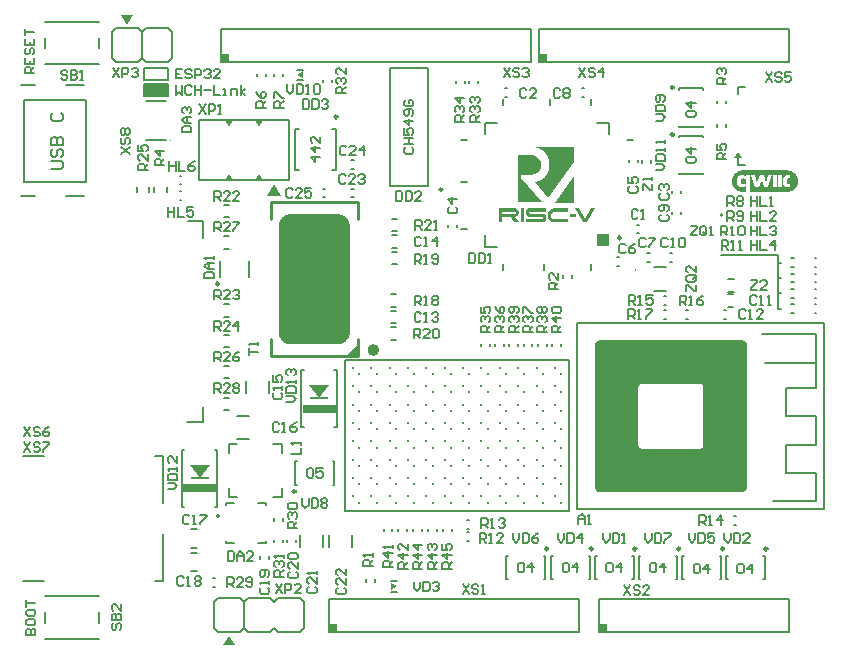
<source format=gto>
G04*
G04 #@! TF.GenerationSoftware,Altium Limited,Altium Designer,23.3.1 (30)*
G04*
G04 Layer_Color=65535*
%FSLAX44Y44*%
%MOMM*%
G71*
G04*
G04 #@! TF.SameCoordinates,F927A1A9-083D-4E77-8F85-F88C074BD17A*
G04*
G04*
G04 #@! TF.FilePolarity,Positive*
G04*
G01*
G75*
%ADD10C,0.2500*%
%ADD11C,0.5000*%
%ADD12C,0.1000*%
%ADD13C,0.2000*%
%ADD14C,0.2540*%
%ADD15R,1.6000X0.2000*%
%ADD16R,2.9000X0.7000*%
%ADD17R,2.0000X1.0000*%
%ADD18R,0.7000X0.7000*%
%ADD19R,0.7000X0.7000*%
%ADD20R,1.0500X1.0500*%
G36*
X644875Y653000D02*
X653125Y642000D01*
X661375Y653000D01*
X644875Y653000D01*
D02*
G37*
G36*
X678000Y508000D02*
X673039Y500062D01*
X682961D01*
X678000Y508000D01*
D02*
G37*
G36*
X815000Y547097D02*
Y552903D01*
X820080Y550000D01*
X815000Y547097D01*
D02*
G37*
G36*
X770000Y865000D02*
X770218Y865000D01*
X770654Y864981D01*
X771089Y864943D01*
X771522Y864886D01*
X771951Y864810D01*
X772377Y864716D01*
X772799Y864603D01*
X773215Y864472D01*
X773625Y864322D01*
X774028Y864155D01*
X774424Y863971D01*
X774811Y863769D01*
X775189Y863551D01*
X775557Y863317D01*
X775915Y863066D01*
X776261Y862801D01*
X776595Y862520D01*
X776917Y862225D01*
X777225Y861917D01*
X777520Y861595D01*
X777801Y861261D01*
X778066Y860914D01*
X778317Y860557D01*
X778551Y860189D01*
X778769Y859811D01*
X778971Y859424D01*
X779155Y859028D01*
X779322Y858625D01*
X779471Y858215D01*
X779603Y857799D01*
X779716Y857377D01*
X779810Y856951D01*
X779886Y856522D01*
X779943Y856089D01*
X779981Y855654D01*
X780000Y855218D01*
X780000Y855000D01*
X780000Y855000D01*
X780000Y765000D01*
X780000Y764782D01*
X779981Y764346D01*
X779943Y763911D01*
X779886Y763478D01*
X779810Y763049D01*
X779716Y762623D01*
X779603Y762201D01*
X779472Y761785D01*
X779322Y761375D01*
X779155Y760972D01*
X778971Y760576D01*
X778769Y760189D01*
X778551Y759811D01*
X778317Y759443D01*
X778066Y759085D01*
X777801Y758739D01*
X777520Y758405D01*
X777225Y758083D01*
X776917Y757775D01*
X776595Y757480D01*
X776261Y757199D01*
X775914Y756934D01*
X775557Y756683D01*
X775189Y756449D01*
X774811Y756231D01*
X774424Y756029D01*
X774028Y755845D01*
X773625Y755678D01*
X773215Y755528D01*
X772799Y755397D01*
X772377Y755284D01*
X771951Y755190D01*
X771522Y755114D01*
X771089Y755057D01*
X770654Y755019D01*
X770218Y755000D01*
X770000Y755000D01*
X729782D01*
X729346Y755019D01*
X728911Y755057D01*
X728478Y755114D01*
X728049Y755190D01*
X727623Y755284D01*
X727201Y755397D01*
X726785Y755528D01*
X726375Y755678D01*
X725972Y755845D01*
X725576Y756029D01*
X725189Y756231D01*
X724811Y756449D01*
X724443Y756683D01*
X724085Y756934D01*
X723739Y757199D01*
X723405Y757480D01*
X723083Y757775D01*
X722775Y758083D01*
X722480Y758405D01*
X722199Y758739D01*
X721934Y759085D01*
X721683Y759443D01*
X721449Y759811D01*
X721231Y760189D01*
X721029Y760576D01*
X720845Y760972D01*
X720678Y761375D01*
X720528Y761785D01*
X720397Y762201D01*
X720284Y762623D01*
X720190Y763049D01*
X720114Y763478D01*
X720057Y763911D01*
X720019Y764346D01*
X720000Y764782D01*
Y765000D01*
X720000Y765000D01*
Y855000D01*
X720000Y855218D01*
X720019Y855654D01*
X720057Y856089D01*
X720114Y856522D01*
X720190Y856951D01*
X720284Y857377D01*
X720397Y857799D01*
X720528Y858215D01*
X720678Y858625D01*
X720845Y859028D01*
X721029Y859424D01*
X721231Y859811D01*
X721449Y860189D01*
X721683Y860557D01*
X721934Y860914D01*
X722199Y861261D01*
X722480Y861595D01*
X722775Y861917D01*
X723083Y862225D01*
X723405Y862520D01*
X723739Y862801D01*
X724085Y863066D01*
X724443Y863317D01*
X724811Y863551D01*
X725189Y863769D01*
X725576Y863971D01*
X725972Y864155D01*
X726375Y864322D01*
X726785Y864471D01*
X727201Y864603D01*
X727623Y864716D01*
X728048Y864810D01*
X728478Y864886D01*
X728911Y864943D01*
X729346Y864981D01*
X729782Y865000D01*
X730000Y865000D01*
X730000Y865000D01*
X770000Y865000D01*
D02*
G37*
G36*
X787000Y745000D02*
X777000D01*
Y745000D01*
X787000Y755000D01*
Y745000D01*
D02*
G37*
G36*
X754125Y709500D02*
X745875Y720500D01*
X762375Y720500D01*
X754125Y709500D01*
D02*
G37*
G36*
X591440Y1025462D02*
X586479Y1033400D01*
X596401D01*
X591440Y1025462D01*
D02*
G37*
G36*
X740500Y980097D02*
X735420Y983000D01*
X740500Y985903D01*
Y980097D01*
D02*
G37*
G36*
X703500Y939100D02*
X702900D01*
X700200Y944500D01*
X706200D01*
X703500Y939100D01*
D02*
G37*
G36*
X678100D02*
X677500D01*
X674800Y944500D01*
X680800D01*
X678100Y939100D01*
D02*
G37*
G36*
X706200Y893700D02*
X700200D01*
X702900Y899100D01*
X703500D01*
X706200Y893700D01*
D02*
G37*
G36*
X680800D02*
X674800D01*
X677500Y899100D01*
X678100D01*
X680800Y893700D01*
D02*
G37*
G36*
X722000Y880000D02*
X710000D01*
X716000Y891000D01*
X722000Y880000D01*
D02*
G37*
G36*
X964641Y867160D02*
X953841Y867160D01*
X953841Y867160D01*
X953712Y867157D01*
X953456Y867138D01*
X953202Y867099D01*
X952951Y867041D01*
X952705Y866964D01*
X952466Y866870D01*
X952235Y866757D01*
X952013Y866627D01*
X951802Y866480D01*
X951602Y866318D01*
X951415Y866142D01*
X951242Y865951D01*
X951083Y865749D01*
X950941Y865534D01*
X950815Y865310D01*
X950706Y865077D01*
X950616Y864836D01*
X950544Y864589D01*
X950490Y864337D01*
X950456Y864082D01*
X950447Y863954D01*
X950448Y863843D01*
X950463Y863622D01*
X950492Y863401D01*
X950535Y863183D01*
X950593Y862969D01*
X950664Y862758D01*
X950749Y862553D01*
X950847Y862354D01*
X950958Y862162D01*
X951082Y861977D01*
X951217Y861801D01*
X951364Y861634D01*
X951521Y861477D01*
X951688Y861330D01*
X951864Y861195D01*
X952048Y861072D01*
X952241Y860961D01*
X952440Y860862D01*
X952645Y860777D01*
X952856Y860706D01*
X953070Y860648D01*
X953288Y860605D01*
X953508Y860576D01*
X953730Y860562D01*
X953841Y860560D01*
X964641D01*
Y858060D01*
X953841D01*
X953669Y858060D01*
X953325Y858079D01*
X952983Y858117D01*
X952644Y858174D01*
X952308Y858250D01*
X951977Y858344D01*
X951652Y858457D01*
X951334Y858587D01*
X951023Y858735D01*
X950721Y858900D01*
X950429Y859082D01*
X950147Y859279D01*
X949876Y859492D01*
X949618Y859719D01*
X949373Y859961D01*
X949141Y860216D01*
X948925Y860483D01*
X948723Y860762D01*
X948537Y861051D01*
X948367Y861351D01*
X948215Y861659D01*
X948079Y861975D01*
X947962Y862299D01*
X947862Y862628D01*
X947781Y862963D01*
X947719Y863301D01*
X947676Y863643D01*
X947651Y863986D01*
X947649Y864158D01*
X947657Y864326D01*
X947691Y864662D01*
X947744Y864995D01*
X947815Y865325D01*
X947903Y865650D01*
X948009Y865970D01*
X948132Y866284D01*
X948273Y866591D01*
X948429Y866890D01*
X948602Y867179D01*
X948790Y867459D01*
X948993Y867728D01*
X949211Y867986D01*
X949442Y868232D01*
X949686Y868464D01*
X949942Y868683D01*
X950210Y868888D01*
X950489Y869078D01*
X950778Y869253D01*
X951075Y869411D01*
X951381Y869553D01*
X951694Y869679D01*
X952013Y869787D01*
X952338Y869877D01*
X952668Y869950D01*
X953000Y870005D01*
X953336Y870042D01*
X953672Y870060D01*
X953841Y870060D01*
X964641Y870060D01*
Y867160D01*
D02*
G37*
G36*
X971341Y862660D02*
X966341D01*
Y865060D01*
X971341D01*
Y862660D01*
D02*
G37*
G36*
X980908Y858044D02*
X977408D01*
X970407Y870044D01*
X973907D01*
X979250Y860817D01*
X984592Y870044D01*
X987907D01*
X980908Y858044D01*
D02*
G37*
G36*
X1111500Y758500D02*
X1111500Y758500D01*
X1111500D01*
X1111523Y758496D01*
X1113328Y758155D01*
X1113543Y758066D01*
X1113796Y757944D01*
X1114041Y757808D01*
X1114279Y757659D01*
X1114508Y757497D01*
X1114727Y757322D01*
X1114936Y757135D01*
X1115135Y756936D01*
X1115322Y756727D01*
X1115497Y756508D01*
X1115659Y756279D01*
X1115808Y756041D01*
X1115944Y755796D01*
X1116066Y755543D01*
X1116173Y755284D01*
X1116266Y755019D01*
X1116343Y754749D01*
X1116406Y754476D01*
X1116453Y754199D01*
X1116484Y753920D01*
X1116500Y753640D01*
X1116500Y753500D01*
X1116500Y634500D01*
X1116500Y634500D01*
X1116500Y634360D01*
X1116484Y634080D01*
X1116453Y633801D01*
X1116406Y633524D01*
X1116343Y633251D01*
X1116266Y632981D01*
X1116173Y632716D01*
X1116066Y632457D01*
X1115944Y632204D01*
X1115808Y631959D01*
X1115659Y631721D01*
X1115497Y631492D01*
X1115322Y631273D01*
X1115135Y631064D01*
X1114936Y630865D01*
X1114727Y630678D01*
X1114508Y630503D01*
X1114279Y630341D01*
X1114041Y630192D01*
X1113796Y630056D01*
X1113543Y629934D01*
X1113284Y629827D01*
X1113019Y629734D01*
X1112749Y629657D01*
X1112476Y629594D01*
X1112199Y629547D01*
X1111920Y629516D01*
X1111640Y629500D01*
X992360D01*
X992079Y629516D01*
X991801Y629547D01*
X991524Y629594D01*
X991251Y629657D01*
X990981Y629734D01*
X990716Y629827D01*
X990457Y629934D01*
X990204Y630056D01*
X989959Y630192D01*
X989721Y630341D01*
X989492Y630503D01*
X989273Y630678D01*
X989064Y630865D01*
X988865Y631064D01*
X988678Y631273D01*
X988503Y631492D01*
X988341Y631721D01*
X988192Y631959D01*
X988056Y632204D01*
X987934Y632457D01*
X987827Y632716D01*
X987734Y632981D01*
X987657Y633251D01*
X987594Y633524D01*
X987547Y633801D01*
X987516Y634080D01*
X987500Y634360D01*
X987500Y634500D01*
Y753500D01*
X987500Y753640D01*
X987516Y753920D01*
X987547Y754199D01*
X987594Y754476D01*
X987656Y754749D01*
X987734Y755019D01*
X987827Y755284D01*
X987934Y755543D01*
X988056Y755796D01*
X988192Y756041D01*
X988341Y756279D01*
X988503Y756508D01*
X988678Y756727D01*
X988865Y756936D01*
X989063Y757135D01*
X989273Y757322D01*
X989492Y757497D01*
X989721Y757659D01*
X989958Y757808D01*
X990204Y757944D01*
X990457Y758066D01*
X990716Y758173D01*
X990981Y758266D01*
X991251Y758343D01*
X991524Y758406D01*
X991801Y758453D01*
X992079Y758484D01*
X992360Y758500D01*
X992500Y758500D01*
X1111500Y758500D01*
X1111500Y758500D01*
D02*
G37*
G36*
X919545Y870041D02*
X919667Y870039D01*
X919909Y870019D01*
X920149Y869984D01*
X920387Y869933D01*
X920620Y869866D01*
X920849Y869784D01*
X921072Y869688D01*
X921289Y869577D01*
X921497Y869452D01*
X921697Y869314D01*
X921887Y869163D01*
X922067Y868999D01*
X922237Y868825D01*
X922394Y868640D01*
X922539Y868445D01*
X922670Y868240D01*
X922789Y868028D01*
X922893Y867808D01*
X922982Y867582D01*
X923056Y867351D01*
X923115Y867115D01*
X923159Y866876D01*
X923187Y866635D01*
X923199Y866392D01*
X923197Y866270D01*
X923197Y866271D01*
X923197Y866161D01*
X923183Y865942D01*
X923154Y865724D01*
X923112Y865509D01*
X923055Y865297D01*
X922984Y865089D01*
X922900Y864886D01*
X922803Y864689D01*
X922693Y864499D01*
X922571Y864316D01*
X922438Y864142D01*
X922293Y863977D01*
X922138Y863822D01*
X921973Y863677D01*
X921799Y863544D01*
X921616Y863422D01*
X921426Y863312D01*
X921229Y863215D01*
X921026Y863131D01*
X920818Y863061D01*
X920606Y863004D01*
X920391Y862961D01*
X920173Y862933D01*
X919954Y862918D01*
X919845Y862918D01*
D01*
X919845D01*
X919845D01*
X923041Y858151D01*
X919545D01*
X916541Y862831D01*
X908714D01*
Y858256D01*
X906093D01*
Y870041D01*
X919545Y870041D01*
D02*
G37*
G36*
X927641Y858160D02*
X925041D01*
Y870060D01*
X927641D01*
Y858160D01*
D02*
G37*
G36*
X946441Y867260D02*
X933041D01*
X933041Y867260D01*
X932976Y867258D01*
X932846Y867241D01*
X932720Y867207D01*
X932599Y867157D01*
X932486Y867091D01*
X932382Y867012D01*
X932289Y866919D01*
X932210Y866815D01*
X932144Y866702D01*
X932094Y866581D01*
X932060Y866455D01*
X932043Y866325D01*
X932041Y866260D01*
X932043Y866201D01*
X932058Y866084D01*
X932089Y865971D01*
X932134Y865862D01*
X932193Y865760D01*
X932264Y865666D01*
X932348Y865583D01*
X932441Y865511D01*
X932543Y865453D01*
X932652Y865407D01*
X932766Y865377D01*
X932882Y865362D01*
X932941Y865360D01*
X943541D01*
X943541Y865360D01*
X943659Y865360D01*
X943894Y865341D01*
X944127Y865304D01*
X944356Y865249D01*
X944580Y865177D01*
X944798Y865086D01*
X945008Y864979D01*
X945209Y864856D01*
X945400Y864718D01*
X945579Y864565D01*
X945746Y864398D01*
X945899Y864219D01*
X946037Y864028D01*
X946161Y863827D01*
X946268Y863617D01*
X946358Y863399D01*
X946431Y863175D01*
X946486Y862945D01*
X946523Y862713D01*
X946541Y862478D01*
X946541Y862360D01*
X946541Y861160D01*
X946541Y861160D01*
X946541Y861038D01*
X946522Y860795D01*
X946484Y860555D01*
X946427Y860318D01*
X946352Y860086D01*
X946258Y859861D01*
X946148Y859644D01*
X946021Y859436D01*
X945877Y859239D01*
X945719Y859054D01*
X945547Y858882D01*
X945362Y858723D01*
X945165Y858580D01*
X944957Y858453D01*
X944740Y858342D01*
X944515Y858249D01*
X944283Y858174D01*
X944046Y858117D01*
X943806Y858079D01*
X943563Y858060D01*
X943441Y858060D01*
X929341D01*
Y860560D01*
X942941D01*
X942993Y860562D01*
X943097Y860575D01*
X943198Y860602D01*
X943295Y860642D01*
X943385Y860695D01*
X943469Y860758D01*
X943543Y860832D01*
X943606Y860915D01*
X943659Y861006D01*
X943699Y861103D01*
X943726Y861204D01*
X943739Y861308D01*
X943741Y861360D01*
X943741Y861760D01*
X943741Y861760D01*
X943739Y861812D01*
X943726Y861916D01*
X943699Y862017D01*
X943659Y862114D01*
X943606Y862204D01*
X943543Y862287D01*
X943469Y862361D01*
X943385Y862425D01*
X943295Y862477D01*
X943198Y862517D01*
X943097Y862544D01*
X942993Y862558D01*
X942941Y862560D01*
X932441Y862560D01*
X932441D01*
X932319Y862560D01*
X932076Y862579D01*
X931836Y862617D01*
X931599Y862674D01*
X931367Y862749D01*
X931142Y862842D01*
X930925Y862953D01*
X930717Y863080D01*
X930520Y863223D01*
X930335Y863382D01*
X930163Y863554D01*
X930005Y863739D01*
X929862Y863936D01*
X929734Y864144D01*
X929624Y864361D01*
X929530Y864586D01*
X929455Y864818D01*
X929398Y865055D01*
X929360Y865295D01*
X929341Y865538D01*
X929341Y865660D01*
Y866960D01*
X929341Y866960D01*
X929341Y867082D01*
X929360Y867324D01*
X929398Y867565D01*
X929455Y867802D01*
X929530Y868034D01*
X929624Y868259D01*
X929734Y868476D01*
X929862Y868683D01*
X930005Y868880D01*
X930163Y869066D01*
X930335Y869238D01*
X930520Y869396D01*
X930717Y869539D01*
X930925Y869667D01*
X931142Y869777D01*
X931367Y869870D01*
X931599Y869946D01*
X931836Y870003D01*
X932076Y870041D01*
X932319Y870060D01*
X932441Y870060D01*
X946441Y870060D01*
Y867260D01*
D02*
G37*
G36*
X969908Y909414D02*
X948131Y879049D01*
X936767Y892364D01*
X937017Y892397D01*
X937515Y892475D01*
X938011Y892572D01*
X938502Y892686D01*
X938989Y892818D01*
X939472Y892968D01*
X939948Y893135D01*
X940418Y893319D01*
X940881Y893520D01*
X941336Y893737D01*
X941783Y893971D01*
X942222Y894220D01*
X942651Y894486D01*
X943071Y894766D01*
X943480Y895062D01*
X943878Y895372D01*
X944264Y895697D01*
X944639Y896035D01*
X945001Y896386D01*
X945350Y896751D01*
X945686Y897128D01*
X946008Y897516D01*
X946316Y897916D01*
X946609Y898327D01*
X946887Y898748D01*
X947150Y899179D01*
X947397Y899619D01*
X947627Y900068D01*
X947842Y900525D01*
X948040Y900989D01*
X948221Y901460D01*
X948385Y901937D01*
X948531Y902420D01*
X948661Y902908D01*
X948772Y903400D01*
X948865Y903896D01*
X948941Y904395D01*
X948998Y904896D01*
X949037Y905399D01*
X949059Y905904D01*
X949062Y906156D01*
X949062D01*
X949085Y906405D01*
X949116Y906903D01*
X949131Y907403D01*
X949127Y907902D01*
X949107Y908401D01*
X949069Y908900D01*
X949013Y909396D01*
X948941Y909890D01*
X948851Y910382D01*
X948744Y910870D01*
X948620Y911354D01*
X948479Y911833D01*
X948321Y912307D01*
X948148Y912775D01*
X947957Y913238D01*
X947751Y913692D01*
X947529Y914140D01*
X947292Y914580D01*
X947039Y915011D01*
X946772Y915433D01*
X946490Y915845D01*
X946193Y916247D01*
X945883Y916639D01*
X945560Y917019D01*
X945223Y917388D01*
X944873Y917746D01*
X944512Y918090D01*
X944138Y918422D01*
X943754Y918741D01*
X943358Y919046D01*
X942952Y919336D01*
X942536Y919613D01*
X942110Y919875D01*
X941676Y920122D01*
X941233Y920354D01*
X940783Y920570D01*
X940325Y920770D01*
X939861Y920954D01*
X939390Y921122D01*
X938914Y921273D01*
X938433Y921407D01*
X937947Y921525D01*
X937458Y921625D01*
X936965Y921709D01*
X936718Y921744D01*
X936718Y921744D01*
X969908D01*
Y909414D01*
D02*
G37*
G36*
X934411Y915009D02*
X934820Y914969D01*
X935227Y914909D01*
X935630Y914828D01*
X936028Y914728D01*
X936422Y914609D01*
X936809Y914471D01*
X937188Y914313D01*
X937560Y914138D01*
X937923Y913944D01*
X938275Y913733D01*
X938617Y913504D01*
X938947Y913259D01*
X939265Y912999D01*
X939569Y912723D01*
X939860Y912432D01*
X940136Y912127D01*
X940397Y911810D01*
X940641Y911479D01*
X940870Y911138D01*
X941081Y910785D01*
X941275Y910423D01*
X941451Y910051D01*
X941608Y909671D01*
X941747Y909284D01*
X941866Y908891D01*
X941966Y908492D01*
X942046Y908089D01*
X942106Y907683D01*
X942146Y907274D01*
X942167Y906863D01*
Y906658D01*
Y906460D01*
X942147Y906064D01*
X942108Y905669D01*
X942050Y905278D01*
X941973Y904889D01*
X941877Y904505D01*
X941762Y904126D01*
X941628Y903753D01*
X941477Y903387D01*
X941307Y903028D01*
X941120Y902679D01*
X940917Y902339D01*
X940697Y902010D01*
X940461Y901692D01*
X940209Y901385D01*
X939943Y901092D01*
X939663Y900812D01*
X939370Y900546D01*
X939063Y900294D01*
X938745Y900058D01*
X938416Y899838D01*
X938076Y899635D01*
X937727Y899448D01*
X937368Y899278D01*
X937002Y899127D01*
X936629Y898993D01*
X936250Y898878D01*
X935866Y898782D01*
X935477Y898705D01*
X935085Y898647D01*
X934691Y898608D01*
X934296Y898588D01*
X933985D01*
X925428Y898510D01*
X925412Y895532D01*
X942426Y874920D01*
X942419Y874926D01*
X922679D01*
Y914998D01*
X922689Y915008D01*
X933612Y915029D01*
X934000D01*
X934411Y915009D01*
D02*
G37*
G36*
X969812Y874731D02*
X953869D01*
Y874819D01*
X969812Y897231D01*
Y874731D01*
D02*
G37*
G36*
X1112333Y913000D02*
X1105667D01*
X1109000Y918000D01*
X1112333Y913000D01*
D02*
G37*
G36*
X1150471Y902111D02*
X1150827Y902111D01*
X1151538Y902055D01*
X1152243Y901943D01*
X1152937Y901777D01*
X1153615Y901556D01*
X1154274Y901283D01*
X1154910Y900959D01*
X1155518Y900587D01*
X1156096Y900167D01*
X1156638Y899704D01*
X1157142Y899200D01*
X1157606Y898657D01*
X1158025Y898080D01*
X1158398Y897472D01*
X1158722Y896836D01*
X1158995Y896177D01*
X1159215Y895498D01*
X1159382Y894805D01*
X1159493Y894100D01*
X1159549Y893389D01*
X1159549Y893032D01*
X1159549D01*
X1159549Y892677D01*
X1159494Y891970D01*
X1159382Y891269D01*
X1159217Y890579D01*
X1158998Y889903D01*
X1158726Y889248D01*
X1158404Y888615D01*
X1158033Y888010D01*
X1157616Y887436D01*
X1157155Y886896D01*
X1156653Y886395D01*
X1156113Y885934D01*
X1155539Y885516D01*
X1154934Y885145D01*
X1154302Y884823D01*
X1153646Y884552D01*
X1152971Y884332D01*
X1152281Y884167D01*
X1151580Y884056D01*
X1150872Y884000D01*
X1150517Y884000D01*
X1119000D01*
Y898184D01*
X1115565D01*
X1115565Y896814D01*
X1115309Y897070D01*
X1115309Y897070D01*
X1115162Y897210D01*
X1114850Y897466D01*
X1114515Y897690D01*
X1114159Y897880D01*
X1113786Y898035D01*
X1113400Y898152D01*
X1113004Y898230D01*
X1112603Y898270D01*
X1112401Y898275D01*
X1111980Y898275D01*
X1111980Y898275D01*
X1111787Y898270D01*
X1111404Y898232D01*
X1111027Y898157D01*
X1110659Y898046D01*
X1110304Y897899D01*
X1109965Y897717D01*
X1109645Y897504D01*
X1109348Y897260D01*
X1109209Y897127D01*
X1109026Y896935D01*
X1108689Y896525D01*
X1108394Y896084D01*
X1108144Y895616D01*
X1107941Y895126D01*
X1107787Y894618D01*
X1107684Y894098D01*
X1107632Y893570D01*
X1107625Y893305D01*
Y892520D01*
Y892520D01*
X1107631Y892270D01*
X1107680Y891774D01*
X1107777Y891285D01*
X1107922Y890808D01*
X1108113Y890347D01*
X1108348Y889908D01*
X1108625Y889493D01*
X1108941Y889108D01*
X1109113Y888927D01*
X1109272Y888776D01*
X1109610Y888498D01*
X1109974Y888255D01*
X1110360Y888049D01*
X1110764Y887881D01*
X1111183Y887755D01*
X1111612Y887669D01*
X1112048Y887626D01*
X1112266Y887621D01*
X1112717D01*
X1112880Y887625D01*
X1113204Y887657D01*
X1113523Y887720D01*
X1113835Y887815D01*
X1114136Y887939D01*
X1114423Y888093D01*
X1114693Y888274D01*
X1114945Y888480D01*
X1115063Y888592D01*
X1115565Y889095D01*
Y884000D01*
X1112409D01*
X1111699Y884056D01*
X1110997Y884167D01*
X1110305Y884333D01*
X1109628Y884553D01*
X1108970Y884826D01*
X1108336Y885148D01*
X1107730Y885520D01*
X1107154Y885939D01*
X1106613Y886401D01*
X1106110Y886904D01*
X1105648Y887445D01*
X1105229Y888021D01*
X1104858Y888627D01*
X1104535Y889261D01*
X1104262Y889919D01*
X1104042Y890595D01*
X1103876Y891287D01*
X1103765Y891990D01*
X1103709Y892700D01*
Y893055D01*
X1103709Y893411D01*
X1103765Y894121D01*
X1103876Y894823D01*
X1104042Y895515D01*
X1104262Y896192D01*
X1104535Y896850D01*
X1104858Y897484D01*
X1105229Y898090D01*
X1105648Y898666D01*
X1106110Y899207D01*
X1106613Y899710D01*
X1107154Y900172D01*
X1107730Y900591D01*
X1108336Y900962D01*
X1108970Y901285D01*
X1109628Y901558D01*
X1110305Y901778D01*
X1110997Y901944D01*
X1111699Y902055D01*
X1112409Y902111D01*
X1112765Y902111D01*
X1150471Y902111D01*
X1150471Y902111D01*
D02*
G37*
G36*
X1113084Y895497D02*
X1113905D01*
X1114648Y895189D01*
X1115216Y894621D01*
X1115523Y893878D01*
Y893476D01*
X1115544Y892528D01*
Y892087D01*
X1115207Y891272D01*
X1114583Y890648D01*
X1113767Y890310D01*
X1112881D01*
X1112059Y890651D01*
X1111430Y891280D01*
X1111089Y892103D01*
Y892548D01*
Y893284D01*
Y893729D01*
X1111430Y894551D01*
X1112059Y895180D01*
X1112881Y895521D01*
X1113326D01*
X1113084Y895497D01*
D02*
G37*
%LPC*%
G36*
X1076500Y721500D02*
X1076500Y721500D01*
X1027500Y721500D01*
X1027382Y721500D01*
X1027147Y721481D01*
X1026914Y721445D01*
X1026685Y721390D01*
X1026461Y721317D01*
X1026243Y721227D01*
X1026033Y721120D01*
X1025832Y720996D01*
X1025641Y720858D01*
X1025462Y720705D01*
X1025295Y720538D01*
X1025142Y720359D01*
X1025004Y720168D01*
X1025004Y720168D01*
X1024880Y719967D01*
X1024880Y719967D01*
X1024773Y719757D01*
X1024773Y719757D01*
X1024683Y719539D01*
X1024683Y719539D01*
X1024610Y719315D01*
X1024610Y719314D01*
X1024555Y719086D01*
X1024555Y719085D01*
X1024518Y718853D01*
X1024518Y718851D01*
X1024500Y718618D01*
X1024500Y718500D01*
X1024500Y718500D01*
X1024500Y669382D01*
X1024519Y669147D01*
X1024555Y668914D01*
X1024610Y668685D01*
X1024683Y668461D01*
X1024773Y668243D01*
X1024881Y668033D01*
X1025004Y667832D01*
X1025142Y667641D01*
X1025295Y667462D01*
X1025462Y667295D01*
X1025641Y667142D01*
X1025832Y667004D01*
X1026033Y666880D01*
X1026243Y666774D01*
X1026461Y666683D01*
X1026685Y666610D01*
X1026914Y666555D01*
X1027147Y666518D01*
X1027382Y666500D01*
X1027500D01*
Y666500D01*
X1076618D01*
X1076853Y666518D01*
X1077086Y666555D01*
X1077315Y666610D01*
X1077539Y666683D01*
X1077757Y666773D01*
X1077967Y666880D01*
X1078168Y667004D01*
X1078359Y667142D01*
X1078538Y667295D01*
X1078705Y667462D01*
X1078858Y667641D01*
X1078996Y667832D01*
X1079119Y668033D01*
X1079226Y668243D01*
X1079317Y668461D01*
X1079389Y668685D01*
X1079445Y668914D01*
X1079481Y669147D01*
X1079500Y669382D01*
X1079500Y669500D01*
X1079500Y669500D01*
X1079500Y718618D01*
X1079481Y718853D01*
X1079445Y719086D01*
X1079389Y719315D01*
X1079317Y719539D01*
X1079227Y719757D01*
X1079119Y719967D01*
X1078996Y720168D01*
X1078858Y720359D01*
X1078705Y720538D01*
X1078538Y720705D01*
X1078359Y720858D01*
X1078168Y720996D01*
X1078168Y720996D01*
X1077967Y721120D01*
X1077967Y721120D01*
X1077757Y721227D01*
X1077757Y721227D01*
X1077539Y721317D01*
X1077539Y721317D01*
X1077315Y721389D01*
X1077315Y721389D01*
X1077086Y721444D01*
X1077085Y721445D01*
X1076853Y721481D01*
X1076852Y721481D01*
X1076618Y721500D01*
X1076503Y721500D01*
X1076501Y721500D01*
X1076500Y721500D01*
D02*
G37*
G36*
X919907Y867160D02*
X908841D01*
Y865260D01*
X920000D01*
X920117Y865275D01*
X920231Y865306D01*
X920340Y865351D01*
X920442Y865410D01*
X920536Y865482D01*
X920619Y865565D01*
X920691Y865659D01*
X920750Y865761D01*
X920795Y865870D01*
X920826Y865984D01*
X920841Y866101D01*
Y866160D01*
Y866225D01*
X920824Y866355D01*
X920790Y866482D01*
X920740Y866603D01*
X920674Y866717D01*
X920594Y866821D01*
X920502Y866913D01*
X920398Y866993D01*
X920284Y867059D01*
X920163Y867109D01*
X920037Y867143D01*
X919907Y867160D01*
D02*
G37*
G36*
X1152551Y898266D02*
X1150543D01*
X1149908Y898140D01*
X1149310Y897892D01*
X1148773Y897533D01*
X1148544Y897304D01*
X1147608Y896368D01*
Y896368D01*
X1147355Y896115D01*
X1146956Y895519D01*
X1146682Y894856D01*
X1146542Y894153D01*
Y893794D01*
Y892486D01*
Y892011D01*
X1146727Y891080D01*
X1147090Y890203D01*
X1147618Y889414D01*
X1147953Y889078D01*
X1148290Y888741D01*
X1149082Y888212D01*
X1149961Y887848D01*
X1150895Y887662D01*
X1152551D01*
Y890458D01*
X1152499Y890407D01*
X1151777D01*
X1151643Y890414D01*
X1151382Y890465D01*
X1151136Y890567D01*
X1150915Y890715D01*
X1150816Y890805D01*
X1150496Y891124D01*
X1150379Y891254D01*
X1150184Y891546D01*
X1150050Y891870D01*
X1149981Y892213D01*
X1149973Y892389D01*
Y893572D01*
X1149980Y893712D01*
X1150034Y893986D01*
X1150141Y894244D01*
X1150296Y894476D01*
X1150390Y894580D01*
X1150864Y895053D01*
X1150960Y895140D01*
X1151175Y895284D01*
X1151413Y895383D01*
X1151667Y895433D01*
X1151796Y895440D01*
X1152551Y895407D01*
Y898266D01*
D02*
G37*
G36*
X1137951Y898184D02*
X1134593D01*
X1132508Y891121D01*
X1130444Y898184D01*
X1127163D01*
X1125117Y891121D01*
X1123033Y898184D01*
X1119540D01*
X1119540Y898184D01*
X1123342Y887744D01*
X1126738D01*
X1128745Y894189D01*
X1130733Y887744D01*
X1134129D01*
X1137951Y898184D01*
D02*
G37*
G36*
X1145862D02*
X1142447D01*
Y887744D01*
X1145862D01*
Y898184D01*
D02*
G37*
G36*
X1141752D02*
X1138336D01*
Y887744D01*
X1141752D01*
X1141752Y898184D01*
D02*
G37*
%LPD*%
D10*
X734250Y630250D02*
G03*
X734250Y630250I-1250J0D01*
G01*
X769750Y947500D02*
G03*
X769750Y947500I-1250J0D01*
G01*
X669250Y806000D02*
G03*
X669250Y806000I-1250J0D01*
G01*
X858500Y886050D02*
G03*
X858500Y886050I-1250J0D01*
G01*
X1054500Y932500D02*
G03*
X1054500Y932500I-1250J0D01*
G01*
Y972500D02*
G03*
X1054500Y972500I-1250J0D01*
G01*
X947750Y581750D02*
G03*
X947750Y581750I-1250J0D01*
G01*
X985750D02*
G03*
X985750Y581750I-1250J0D01*
G01*
X1022750Y581750D02*
G03*
X1022750Y581750I-1250J0D01*
G01*
X1059750Y581750D02*
G03*
X1059750Y581750I-1250J0D01*
G01*
X1096750Y581750D02*
G03*
X1096750Y581750I-1250J0D01*
G01*
X1133750D02*
G03*
X1133750Y581750I-1250J0D01*
G01*
X1009500Y845000D02*
G03*
X1009500Y845000I-1250J0D01*
G01*
D11*
X802500Y750000D02*
G03*
X802500Y750000I-2500J0D01*
G01*
D12*
X628500Y927750D02*
G03*
X628500Y927750I-500J0D01*
G01*
D13*
X1096000Y864250D02*
G03*
X1096000Y864250I-1000J0D01*
G01*
X1022000Y818000D02*
G03*
X1022006Y818108I-994J108D01*
G01*
X669500Y609500D02*
G03*
X669500Y609500I-1000J0D01*
G01*
X652400Y893700D02*
X728600D01*
X652400D02*
Y944500D01*
X728600D01*
Y893700D02*
Y944500D01*
X522000Y519000D02*
Y528000D01*
X568000Y519000D02*
Y528000D01*
X522000Y541500D02*
X568000D01*
X522000Y505500D02*
X568000D01*
X625250Y883750D02*
Y888250D01*
X614750Y883750D02*
Y888250D01*
X673750Y862250D02*
X678250D01*
X673750Y872750D02*
X678250D01*
X642030Y689000D02*
X656000D01*
Y701700D01*
Y845030D02*
Y859000D01*
X643300D02*
X656000D01*
X1143000Y824000D02*
X1145000D01*
X1143000Y811000D02*
X1145000D01*
X1143000Y798000D02*
X1145000D01*
X1143000Y785000D02*
X1145000D01*
X1143000D02*
Y830500D01*
X1094000D02*
X1143000D01*
X898750Y753000D02*
Y755000D01*
X891250Y753000D02*
Y755000D01*
X782250Y583500D02*
X782250Y593500D01*
X762750Y583500D02*
Y593500D01*
X757750Y583500D02*
Y593500D01*
X738250Y583500D02*
Y593500D01*
X776000Y614000D02*
X965500D01*
Y741500D01*
X776000D02*
X965500D01*
X776000Y614000D02*
Y741500D01*
X787939Y698523D02*
X788823Y699407D01*
X782636Y703827D02*
X783520Y704710D01*
X803496Y714080D02*
X804380Y714964D01*
X798192Y719383D02*
X799076Y720267D01*
X715000Y625500D02*
X722500D01*
Y633000D01*
X677500Y625500D02*
X685000D01*
X677500D02*
Y633000D01*
X715000Y670500D02*
X722500D01*
Y663000D02*
Y670500D01*
X677500D02*
X685000D01*
X677500Y663000D02*
Y670500D01*
X765500Y636000D02*
X766750D01*
X766750Y656000D01*
X765500D02*
X766750D01*
X734000Y636000D02*
X735250D01*
X734000D02*
X734000Y656000D01*
X735250D01*
X1023000Y856250D02*
X1025000D01*
X1023000Y848750D02*
X1025000D01*
X765000Y902500D02*
X768250D01*
Y937500D01*
X765000D02*
X768250D01*
X733750Y902500D02*
X737000D01*
X733750D02*
Y937500D01*
X737000D01*
X664000Y549750D02*
X666000D01*
X664000Y557250D02*
X666000D01*
X968441Y811309D02*
Y813309D01*
X960941Y811309D02*
Y813309D01*
X540000Y974000D02*
X555000D01*
X504000Y892000D02*
Y962000D01*
Y892000D02*
X557000D01*
Y962000D01*
X504000D02*
X557000D01*
X540000Y880000D02*
X555000D01*
X502000D02*
X514000D01*
X502000Y974000D02*
X514000D01*
X815750Y847250D02*
X820250D01*
X815750Y836750D02*
X820250D01*
X814750Y783250D02*
X819250D01*
X814750Y772750D02*
X819250D01*
X1100250Y797250D02*
X1104750D01*
X1100250Y786750D02*
X1104750D01*
X685000Y694250D02*
X695000D01*
X685000Y674750D02*
X695000D01*
X622000Y620500D02*
Y660500D01*
X615000D02*
X622000D01*
Y554500D02*
Y594500D01*
X615000Y554500D02*
X622000D01*
X503000Y660500D02*
X521000D01*
X503000Y554500D02*
X521000D01*
X1154000Y794250D02*
X1156000D01*
X1154000Y801750D02*
X1156000D01*
X1046000Y788250D02*
X1048000D01*
X1046000Y795750D02*
X1048000D01*
X1046000Y776250D02*
X1048000D01*
X1046000Y783750D02*
X1048000D01*
X1064500Y776250D02*
X1066500D01*
X1064500Y783750D02*
X1066500D01*
X1154000Y820250D02*
X1156000D01*
X1154000Y827750D02*
X1156000D01*
X1154000Y807250D02*
X1156000D01*
X1154000Y814750D02*
X1156000D01*
X1154000Y781250D02*
X1156000D01*
X1154000Y788750D02*
X1156000D01*
X673750Y846250D02*
X678250D01*
X673750Y835750D02*
X678250D01*
X673750Y736750D02*
X678250D01*
X673750Y726250D02*
X678250D01*
X815000Y545500D02*
X820000Y545500D01*
X815000Y554500D02*
X820000Y554500D01*
X764750Y977000D02*
Y979000D01*
X757250Y977000D02*
Y979000D01*
X757500Y879250D02*
X759500D01*
X757500Y886750D02*
X759500D01*
X1173750Y820250D02*
X1175000D01*
X1173750Y827750D02*
X1175000D01*
X1173750Y807250D02*
X1175000D01*
X1173750Y814750D02*
X1175000D01*
X1173750Y794250D02*
X1175000D01*
X1173750Y801750D02*
X1175000D01*
X1173750Y788750D02*
X1175000D01*
X1173750Y781250D02*
X1175000D01*
X815750Y822750D02*
X820250D01*
X815750Y833250D02*
X820250D01*
X815750Y850750D02*
X820250D01*
X815750Y861250D02*
X820250D01*
X814750Y769250D02*
X819250Y769250D01*
X814750Y758750D02*
X819250D01*
X814750Y797250D02*
X819250D01*
X814750Y786750D02*
X819250Y786750D01*
X673750Y788750D02*
X678250D01*
X673750Y778250D02*
X678250D01*
X739000Y685000D02*
X741000Y685000D01*
X739000Y685000D02*
Y733000D01*
X741000Y733000D01*
X767000Y685000D02*
X769000Y685000D01*
Y733000D01*
X767000Y733000D02*
X769000Y733000D01*
X711500Y713500D02*
Y723500D01*
X692000Y713500D02*
Y723500D01*
X673750Y752250D02*
X678250D01*
X673750Y762750D02*
X678250D01*
X670000Y812000D02*
Y825250D01*
X694500Y812000D02*
Y825250D01*
X610250Y883750D02*
Y888250D01*
X599750Y883750D02*
Y888250D01*
X673750Y699250D02*
X678250D01*
X673750Y709750D02*
X678250D01*
X846000Y889000D02*
Y989000D01*
X814000Y889000D02*
Y989000D01*
Y889000D02*
X846000D01*
X814000Y989000D02*
X846000D01*
X879000Y606250D02*
X881000D01*
X879000Y598750D02*
X881000D01*
X879000Y595750D02*
X881000D01*
X879000Y588250D02*
X881000D01*
X877750Y976000D02*
Y978000D01*
X870250Y976000D02*
Y978000D01*
X888750Y976000D02*
Y978000D01*
X881250Y976000D02*
Y978000D01*
X781500Y879250D02*
X783500D01*
X781500Y886750D02*
X783500D01*
X781500Y903250D02*
X783500D01*
X781500Y910750D02*
X783500D01*
X1100000Y799500D02*
X1105000D01*
X1100000Y810500D02*
X1105000D01*
X1097000Y783750D02*
X1099000D01*
X1097000Y776250D02*
X1099000D01*
X606000Y965000D02*
X626000D01*
Y975000D01*
X606000Y965000D02*
Y975000D01*
X626000D01*
X606000Y989000D02*
X626000D01*
X606000Y979000D02*
Y989000D01*
X626000Y979000D02*
Y989000D01*
X606000Y979000D02*
X626000D01*
X581915Y1022288D02*
X600965D01*
X604140Y1019112D01*
X578740D02*
X581915Y1022288D01*
X626365D02*
X629540Y1019112D01*
X604140D02*
X607315Y1022288D01*
X626365D01*
X600967Y993714D02*
X604142Y996889D01*
X578742Y996889D02*
X581917Y993714D01*
X600967D01*
X607317Y993714D02*
X626367D01*
X604142Y996889D02*
X607317Y993714D01*
X626367D02*
X629542Y996889D01*
X578740Y1019112D02*
X578742Y996889D01*
X604140Y1019112D02*
X604142Y996889D01*
X629540Y1019112D02*
X629542Y996889D01*
X972750Y773000D02*
X1181750D01*
X972750Y615000D02*
Y773000D01*
Y615000D02*
X1181750D01*
Y773000D01*
X1131250Y739000D02*
X1175250D01*
X1138250Y622000D02*
X1175250D01*
Y646000D01*
X1149250D02*
X1175250D01*
X1149250D02*
Y670000D01*
X1175250D01*
Y694000D01*
X1149250D02*
X1175250D01*
X1149250Y718000D02*
X1149250Y694000D01*
X1149250Y718000D02*
X1175250Y718000D01*
Y764000D01*
X1129250Y764000D02*
X1175250Y764000D01*
X711750Y573500D02*
Y575500D01*
X704250Y573500D02*
Y575500D01*
X734750Y587500D02*
Y589500D01*
X727250Y587500D02*
Y589500D01*
X1105500Y609750D02*
X1107500D01*
X1105500Y602250D02*
X1107500D01*
X735500Y987500D02*
X740500Y987500D01*
X735500Y978500D02*
X740500Y978500D01*
X723750Y982000D02*
Y984000D01*
X716250Y982000D02*
Y984000D01*
X708750Y982000D02*
Y984000D01*
X701250Y982000D02*
Y984000D01*
X645253Y562653D02*
X650753D01*
X645250Y578250D02*
X650750D01*
X801250Y554000D02*
Y556000D01*
X793750Y554000D02*
Y556000D01*
X645253Y582653D02*
X650753D01*
X645250Y598250D02*
X650750D01*
X716250Y587500D02*
Y589500D01*
X723750Y587500D02*
Y589500D01*
X716250Y605500D02*
Y607500D01*
X723750Y605500D02*
Y607500D01*
X951250Y753000D02*
Y755000D01*
X958750Y753000D02*
Y755000D01*
X915250Y753000D02*
Y755000D01*
X922750Y753000D02*
Y755000D01*
X903250Y753000D02*
Y755000D01*
X910750Y753000D02*
Y755000D01*
X927250Y753000D02*
Y755000D01*
X934750Y753000D02*
Y755000D01*
X939250Y753000D02*
Y755000D01*
X946750Y753000D02*
Y755000D01*
X816250Y596500D02*
Y598500D01*
X808750Y596500D02*
Y598500D01*
X828750Y596500D02*
Y598500D01*
X821250Y596500D02*
Y598500D01*
X866250Y596500D02*
X866250Y598500D01*
X858750Y596500D02*
Y598500D01*
X853750Y596500D02*
Y598500D01*
X846250Y596500D02*
Y598500D01*
X1098750Y939000D02*
Y941000D01*
X1091250Y939000D02*
Y941000D01*
Y959000D02*
Y961000D01*
X1098750Y959000D02*
Y961000D01*
X1059000Y898750D02*
Y900000D01*
Y898750D02*
X1079000D01*
Y900000D01*
X1059000Y930250D02*
Y931500D01*
X1079000D01*
Y930250D02*
Y931500D01*
X1059000Y938750D02*
Y940000D01*
Y938750D02*
X1079000D01*
Y940000D01*
X1059000Y970250D02*
Y971500D01*
X1079000D01*
Y970250D02*
Y971500D01*
X636000Y890250D02*
X637250D01*
X636000Y897750D02*
X637250D01*
X636000Y877250D02*
X637250D01*
X636000Y884750D02*
X637250D01*
X912750Y576000D02*
X914000D01*
X912750Y556000D02*
X912750Y576000D01*
X912750Y556000D02*
X914000D01*
X944250Y576000D02*
X945500D01*
X945500Y556000D02*
X945500Y576000D01*
X944250Y556000D02*
X945500D01*
X950750Y576000D02*
X952000D01*
X950750Y556000D02*
Y576000D01*
Y556000D02*
X952000D01*
X982250Y576000D02*
X983500D01*
Y556000D02*
Y576000D01*
X982250Y556000D02*
X983500D01*
X987750Y576000D02*
X989000D01*
X987750Y556000D02*
Y576000D01*
Y556000D02*
X989000D01*
X1019250Y576000D02*
X1020500D01*
Y556000D02*
Y576000D01*
X1019250Y556000D02*
X1020500D01*
X1024750Y576000D02*
X1026000D01*
X1024750Y556000D02*
Y576000D01*
Y556000D02*
X1026000D01*
X1056250Y576000D02*
X1057500D01*
Y556000D02*
Y576000D01*
X1056250Y556000D02*
X1057500D01*
X1061750Y576000D02*
X1063000D01*
X1061750Y556000D02*
Y576000D01*
Y556000D02*
X1063000D01*
X1093250Y576000D02*
X1094500D01*
Y556000D02*
Y576000D01*
X1093250Y556000D02*
X1094500D01*
X1098750Y576000D02*
X1100000D01*
X1098750Y556000D02*
Y576000D01*
Y556000D02*
X1100000D01*
X1130250Y576000D02*
X1131500D01*
Y556000D02*
Y576000D01*
X1130250Y556000D02*
X1131500D01*
X666000Y665500D02*
X668000Y665500D01*
Y617500D02*
Y665500D01*
X666000Y617500D02*
X668000Y617500D01*
X638000Y665500D02*
X640000Y665500D01*
X638000Y617500D02*
Y665500D01*
Y617500D02*
X640000Y617500D01*
X607250Y928000D02*
X624750D01*
X607250Y961000D02*
X624750D01*
X841250Y596500D02*
Y598500D01*
X833750Y596500D02*
Y598500D01*
X860417Y626044D02*
X861301Y626928D01*
X865720Y620741D02*
X866604Y621625D01*
X844861Y626044D02*
X845745Y626928D01*
X850164Y620741D02*
X851048Y621625D01*
X829305Y626044D02*
X830188Y626928D01*
X834608Y620741D02*
X835492Y621625D01*
X953755Y657156D02*
X954639Y658040D01*
X959058Y651853D02*
X959942Y652737D01*
X813748Y626044D02*
X814632Y626928D01*
X819052Y620741D02*
X819935Y621625D01*
X938198Y657156D02*
X939082Y658040D01*
X943502Y651853D02*
X944386Y652737D01*
X798192Y626045D02*
X799076Y626928D01*
X803495Y620741D02*
X804379Y621625D01*
X922642Y657157D02*
X923526Y658040D01*
X927945Y651853D02*
X928829Y652737D01*
X891530Y672713D02*
X892414Y673597D01*
X896833Y667410D02*
X897717Y668294D01*
X782636Y626045D02*
X783520Y626928D01*
X787939Y620741D02*
X788823Y621625D01*
X907086Y657157D02*
X907970Y658041D01*
X912389Y651853D02*
X913273Y652737D01*
X875974Y672713D02*
X876858Y673597D01*
X881277Y667410D02*
X882161Y668294D01*
X953755Y641600D02*
X954638Y642484D01*
X959058Y636297D02*
X959942Y637180D01*
X891530Y657157D02*
X892414Y658041D01*
X896833Y651853D02*
X897717Y652737D01*
X860417Y672713D02*
X861301Y673597D01*
X865721Y667410D02*
X866605Y668294D01*
X860417Y688270D02*
X861301Y689154D01*
X865721Y682967D02*
X866605Y683850D01*
X938198Y641600D02*
X939082Y642484D01*
X943502Y636297D02*
X944386Y637180D01*
X875974Y657157D02*
X876857Y658041D01*
X881277Y651854D02*
X882161Y652738D01*
X844861Y672714D02*
X845745Y673597D01*
X850164Y667410D02*
X851048Y668294D01*
X844861Y688270D02*
X845745Y689154D01*
X850164Y682967D02*
X851048Y683851D01*
X922642Y641600D02*
X923526Y642484D01*
X927945Y636297D02*
X928829Y637181D01*
X860417Y657157D02*
X861301Y658041D01*
X865721Y651854D02*
X866604Y652738D01*
X829305Y672714D02*
X830189Y673598D01*
X834608Y667410D02*
X835492Y668294D01*
X829305Y688270D02*
X830189Y689154D01*
X834608Y682967D02*
X835492Y683851D01*
X860418Y703826D02*
X861301Y704710D01*
X865721Y698523D02*
X866605Y699407D01*
X907086Y641600D02*
X907970Y642484D01*
X912389Y636297D02*
X913273Y637181D01*
X844861Y657157D02*
X845745Y658041D01*
X850164Y651854D02*
X851048Y652738D01*
X813749Y672714D02*
X814632Y673598D01*
X819052Y667411D02*
X819936Y668294D01*
X813749Y688270D02*
X814632Y689154D01*
X819052Y682967D02*
X819936Y683851D01*
X844861Y703827D02*
X845745Y704710D01*
X850165Y698523D02*
X851049Y699407D01*
X891529Y641600D02*
X892413Y642484D01*
X896833Y636297D02*
X897717Y637181D01*
X829305Y657157D02*
X830189Y658041D01*
X834608Y651854D02*
X835492Y652738D01*
X798192Y672714D02*
X799076Y673598D01*
X803496Y667411D02*
X804380Y668294D01*
X798192Y688270D02*
X799076Y689154D01*
X803496Y682967D02*
X804380Y683851D01*
X829305Y703827D02*
X830189Y704710D01*
X834608Y698523D02*
X835492Y699407D01*
X891530Y719383D02*
X892414Y720266D01*
X896833Y714079D02*
X897717Y714963D01*
X875973Y641600D02*
X876857Y642484D01*
X881277Y636297D02*
X882160Y637181D01*
X813748Y657157D02*
X814632Y658041D01*
X819052Y651854D02*
X819936Y652738D01*
X782636Y672714D02*
X783520Y673598D01*
X787939Y667411D02*
X788823Y668294D01*
X782636Y688270D02*
X783520Y689154D01*
X787939Y682967D02*
X788823Y683851D01*
X813749Y703827D02*
X814633Y704710D01*
X819052Y698523D02*
X819936Y699407D01*
X875974Y719383D02*
X876858Y720267D01*
X881277Y714079D02*
X882161Y714963D01*
X953754Y626043D02*
X954638Y626927D01*
X959058Y620740D02*
X959942Y621624D01*
X860417Y641600D02*
X861301Y642484D01*
X865720Y636297D02*
X866604Y637181D01*
X798192Y657157D02*
X799076Y658041D01*
X803495Y651854D02*
X804379Y652738D01*
X953755Y688269D02*
X954639Y689153D01*
X959058Y682966D02*
X959942Y683850D01*
X953755Y703826D02*
X954639Y704710D01*
X959058Y698522D02*
X959942Y699406D01*
X798192Y703827D02*
X799076Y704710D01*
X803496Y698523D02*
X804380Y699407D01*
X860418Y719383D02*
X861302Y720267D01*
X865721Y714080D02*
X866605Y714964D01*
X953755Y734939D02*
X954639Y735823D01*
X959059Y729635D02*
X959942Y730519D01*
X938198Y626043D02*
X939082Y626927D01*
X943502Y620740D02*
X944385Y621624D01*
X844861Y641601D02*
X845745Y642485D01*
X850164Y636297D02*
X851048Y637181D01*
X782636Y657157D02*
X783520Y658041D01*
X787939Y651854D02*
X788823Y652738D01*
X938199Y688269D02*
X939083Y689153D01*
X943502Y682966D02*
X944386Y683850D01*
X938199Y703826D02*
X939083Y704710D01*
X943502Y698522D02*
X944386Y699406D01*
X844861Y719383D02*
X845745Y720267D01*
X850165Y714080D02*
X851049Y714964D01*
X938199Y734939D02*
X939083Y735823D01*
X943502Y729635D02*
X944386Y730519D01*
X922642Y626044D02*
X923526Y626927D01*
X927945Y620740D02*
X928829Y621624D01*
X829305Y641601D02*
X830189Y642485D01*
X834608Y636297D02*
X835492Y637181D01*
X953755Y672713D02*
X954639Y673597D01*
X959058Y667410D02*
X959942Y668293D01*
X922642Y688270D02*
X923526Y689153D01*
X927946Y682966D02*
X928830Y683850D01*
X922643Y703826D02*
X923526Y704710D01*
X927946Y698523D02*
X928830Y699407D01*
X953755Y719382D02*
X954639Y720266D01*
X959058Y714079D02*
X959942Y714963D01*
X829305Y719383D02*
X830189Y720267D01*
X834608Y714080D02*
X835492Y714964D01*
X922643Y734939D02*
X923527Y735823D01*
X927946Y729636D02*
X928830Y730519D01*
X860418Y734939D02*
X861302Y735823D01*
X865721Y729636D02*
X866605Y730520D01*
X907086Y626044D02*
X907970Y626928D01*
X912389Y620740D02*
X913273Y621624D01*
X813748Y641601D02*
X814632Y642485D01*
X819052Y636297D02*
X819936Y637181D01*
X938199Y672713D02*
X939082Y673597D01*
X943502Y667410D02*
X944386Y668294D01*
X907086Y688270D02*
X907970Y689154D01*
X912390Y682966D02*
X913273Y683850D01*
X907086Y703826D02*
X907970Y704710D01*
X912390Y698523D02*
X913273Y699407D01*
X938199Y719382D02*
X939083Y720266D01*
X943502Y714079D02*
X944386Y714963D01*
X813749Y719383D02*
X814633Y720267D01*
X819052Y714080D02*
X819936Y714964D01*
X907086Y734939D02*
X907970Y735823D01*
X912390Y729636D02*
X913274Y730520D01*
X844861Y734939D02*
X845745Y735823D01*
X850165Y729636D02*
X851049Y730520D01*
X891529Y626044D02*
X892413Y626928D01*
X896833Y620741D02*
X897717Y621624D01*
X798192Y641601D02*
X799076Y642485D01*
X803495Y636298D02*
X804379Y637182D01*
X922642Y672713D02*
X923526Y673597D01*
X927946Y667410D02*
X928829Y668294D01*
X891530Y688270D02*
X892414Y689154D01*
X896833Y682966D02*
X897717Y683850D01*
X891530Y703826D02*
X892414Y704710D01*
X896833Y698523D02*
X897717Y699407D01*
X922643Y719382D02*
X923527Y720266D01*
X927946Y714079D02*
X928830Y714963D01*
X875973Y626044D02*
X876857Y626928D01*
X881276Y620741D02*
X882160Y621624D01*
X782636Y641601D02*
X783520Y642485D01*
X787939Y636298D02*
X788823Y637182D01*
X907086Y672713D02*
X907970Y673597D01*
X912389Y667410D02*
X913273Y668294D01*
X875974Y688270D02*
X876858Y689154D01*
X881277Y682967D02*
X882161Y683850D01*
X875974Y703826D02*
X876858Y704710D01*
X881277Y698523D02*
X882161Y699407D01*
X907086Y719382D02*
X907970Y720266D01*
X912390Y714079D02*
X913274Y714963D01*
X891530Y734939D02*
X892414Y735823D01*
X896834Y729636D02*
X897718Y730520D01*
X829305Y734939D02*
X830189Y735823D01*
X834608Y729636D02*
X835492Y730520D01*
X798192Y734939D02*
X799076Y735823D01*
X803496Y729636D02*
X804380Y730520D01*
X782636Y719383D02*
X783520Y720267D01*
X787939Y714080D02*
X788823Y714964D01*
X875974Y734939D02*
X876858Y735823D01*
X881277Y729636D02*
X882161Y730520D01*
X813749Y734939D02*
X814633Y735823D01*
X819052Y729636D02*
X819936Y730520D01*
X782636Y734939D02*
X783520Y735823D01*
X787939Y729636D02*
X788823Y730520D01*
X933460Y994000D02*
Y1022000D01*
X671060D02*
X933460Y1022000D01*
X671060Y994000D02*
Y1022000D01*
X671060Y994000D02*
X933460Y994000D01*
X1151900Y994000D02*
Y1022000D01*
X940300Y1022000D02*
X1151900Y1022000D01*
X940300Y994000D02*
Y1022000D01*
X940300Y994000D02*
X1151900Y994000D01*
X974100Y511400D02*
Y539400D01*
X762500Y539400D02*
X974100Y539400D01*
X762500Y511400D02*
Y539400D01*
X762500Y511400D02*
X974100Y511400D01*
X991100Y511400D02*
X1151900Y511400D01*
X991100Y511400D02*
Y539400D01*
X991100Y539400D02*
X1151900Y539400D01*
Y511400D02*
Y539400D01*
X894500Y837500D02*
X904500D01*
X894500D02*
Y847500D01*
Y942500D02*
X904500D01*
X894500Y932500D02*
Y942500D01*
X989500D02*
X999500D01*
Y932500D02*
Y942500D01*
X909500Y957500D02*
Y962500D01*
X949500Y957500D02*
Y962500D01*
X984500Y957500D02*
Y962500D01*
X874500Y852500D02*
X879500D01*
X874500Y892500D02*
X879500D01*
X874500Y927500D02*
X879500D01*
X984500Y817500D02*
Y822500D01*
X944500Y817500D02*
Y822500D01*
X909500Y817500D02*
Y822500D01*
X1014500Y927500D02*
X1019500D01*
X1034750Y908750D02*
Y911250D01*
X1027250Y908750D02*
Y911250D01*
X976500Y971500D02*
X978500D01*
X976500Y964000D02*
X978500D01*
X1053250Y865000D02*
Y867000D01*
X1060750Y865000D02*
Y867000D01*
X1053250Y883000D02*
Y885000D01*
X1060750Y883000D02*
Y885000D01*
X1051000Y831750D02*
X1053000D01*
X1051000Y824250D02*
X1053000D01*
X1032000Y831750D02*
X1034000D01*
X1032000Y824250D02*
X1034000D01*
X911500Y971500D02*
X913500D01*
X911500Y964000D02*
X913500D01*
X1038000Y800000D02*
X1047500D01*
X1038000Y820000D02*
X1047500D01*
X1006000Y821250D02*
X1008000D01*
X1006000Y828750D02*
X1008000D01*
X1016250Y909000D02*
Y911000D01*
X1023750Y909000D02*
Y911000D01*
X863250Y854000D02*
Y856000D01*
X870750Y854000D02*
Y856000D01*
X668275Y539688D02*
X687325D01*
X690500Y536512D01*
X665100D02*
X668275Y539688D01*
X712725D02*
X715900Y536512D01*
X690500D02*
X693675Y539688D01*
X712725D01*
X738125D02*
X741300Y536512D01*
X715900D02*
X719075Y539688D01*
X738125D01*
X687327Y511114D02*
X690502Y514289D01*
X665102Y514289D02*
X668277Y511114D01*
X687327D01*
X693677Y511114D02*
X712727Y511114D01*
X690502Y514289D02*
X693677Y511114D01*
X712727Y511114D02*
X715902Y514289D01*
X719077Y511114D02*
X738127D01*
X715902Y514289D02*
X719077Y511114D01*
X738127D02*
X741302Y514289D01*
X665100Y536512D02*
X665102Y514289D01*
X690500Y536512D02*
X690502Y514289D01*
X741300Y536512D02*
X741302Y514289D01*
X1109000Y913000D02*
X1109000Y907000D01*
X1115000D01*
X1109000Y967000D02*
X1109000Y973000D01*
X1115000D01*
X675000Y586500D02*
X682000D01*
X675000D02*
Y588500D01*
X675000Y620500D02*
X682000D01*
X675000Y618500D02*
Y620500D01*
X702000Y586500D02*
X709000D01*
X709000D02*
Y588500D01*
X702000Y620500D02*
X709000D01*
X709000Y618500D02*
Y620500D01*
X522000Y1005500D02*
Y1014500D01*
X568000Y1005500D02*
Y1014500D01*
X522000Y1028000D02*
X568000D01*
X522000Y992000D02*
X568000D01*
X743836Y648666D02*
X745168Y649999D01*
X747834D01*
X749167Y648666D01*
Y643334D01*
X747834Y642001D01*
X745168D01*
X743836Y643334D01*
Y648666D01*
X757165Y649999D02*
X751833D01*
Y646000D01*
X754499Y647333D01*
X755832D01*
X757165Y646000D01*
Y643334D01*
X755832Y642001D01*
X753166D01*
X751833Y643334D01*
X827334Y921672D02*
X826001Y920339D01*
Y917674D01*
X827334Y916341D01*
X832666D01*
X833999Y917674D01*
Y920339D01*
X832666Y921672D01*
X826001Y924338D02*
X833999D01*
X830000D01*
Y929670D01*
X826001D01*
X833999D01*
X826001Y937667D02*
Y932336D01*
X830000D01*
X828667Y935001D01*
Y936334D01*
X830000Y937667D01*
X832666D01*
X833999Y936334D01*
Y933668D01*
X832666Y932336D01*
X833999Y944332D02*
X826001D01*
X830000Y940333D01*
Y945665D01*
X832666Y948330D02*
X833999Y949663D01*
Y952329D01*
X832666Y953662D01*
X827334D01*
X826001Y952329D01*
Y949663D01*
X827334Y948330D01*
X828667D01*
X830000Y949663D01*
Y953662D01*
X827334Y961659D02*
X826001Y960327D01*
Y957661D01*
X827334Y956328D01*
X832666D01*
X833999Y957661D01*
Y960327D01*
X832666Y961659D01*
X830000D01*
Y958994D01*
X527002Y903674D02*
X535332D01*
X536998Y905340D01*
Y908673D01*
X535332Y910339D01*
X527002D01*
X528668Y920335D02*
X527002Y918669D01*
Y915337D01*
X528668Y913671D01*
X530334D01*
X532000Y915337D01*
Y918669D01*
X533666Y920335D01*
X535332D01*
X536998Y918669D01*
Y915337D01*
X535332Y913671D01*
X527002Y923668D02*
X536998D01*
Y928666D01*
X535332Y930332D01*
X533666D01*
X532000Y928666D01*
Y923668D01*
Y928666D01*
X530334Y930332D01*
X528668D01*
X527002Y928666D01*
Y923668D01*
X528668Y950326D02*
X527002Y948660D01*
Y945327D01*
X528668Y943661D01*
X535332D01*
X536998Y945327D01*
Y948660D01*
X535332Y950326D01*
X754999Y913335D02*
X747001D01*
X751000Y909337D01*
Y914668D01*
X754999Y921333D02*
X747001D01*
X751000Y917334D01*
Y922666D01*
X754999Y930663D02*
Y925332D01*
X749667Y930663D01*
X748334D01*
X747001Y929330D01*
Y926665D01*
X748334Y925332D01*
X638332Y987999D02*
X633000D01*
Y980001D01*
X638332D01*
X633000Y984000D02*
X635666D01*
X646329Y986666D02*
X644996Y987999D01*
X642330D01*
X640997Y986666D01*
Y985333D01*
X642330Y984000D01*
X644996D01*
X646329Y982667D01*
Y981334D01*
X644996Y980001D01*
X642330D01*
X640997Y981334D01*
X648995Y980001D02*
Y987999D01*
X652994D01*
X654326Y986666D01*
Y984000D01*
X652994Y982667D01*
X648995D01*
X656992Y986666D02*
X658325Y987999D01*
X660991D01*
X662324Y986666D01*
Y985333D01*
X660991Y984000D01*
X659658D01*
X660991D01*
X662324Y982667D01*
Y981334D01*
X660991Y980001D01*
X658325D01*
X656992Y981334D01*
X670321Y980001D02*
X664990D01*
X670321Y985333D01*
Y986666D01*
X668988Y987999D01*
X666323D01*
X664990Y986666D01*
X633000Y973999D02*
Y966001D01*
X635666Y968667D01*
X638332Y966001D01*
Y973999D01*
X646329Y972666D02*
X644996Y973999D01*
X642330D01*
X640997Y972666D01*
Y967334D01*
X642330Y966001D01*
X644996D01*
X646329Y967334D01*
X648995Y973999D02*
Y966001D01*
Y970000D01*
X654326D01*
Y973999D01*
Y966001D01*
X656992Y970000D02*
X662324D01*
X664990Y973999D02*
Y966001D01*
X670321D01*
X672987D02*
X675653D01*
X674320D01*
Y971333D01*
X672987D01*
X679652Y966001D02*
Y971333D01*
X683650D01*
X684983Y970000D01*
Y966001D01*
X687649D02*
Y973999D01*
Y968667D02*
X691648Y971333D01*
X687649Y968667D02*
X691648Y966001D01*
X1066334Y947336D02*
X1065001Y948668D01*
Y951334D01*
X1066334Y952667D01*
X1071666D01*
X1072999Y951334D01*
Y948668D01*
X1071666Y947336D01*
X1066334D01*
X1072999Y959332D02*
X1065001D01*
X1069000Y955333D01*
Y960665D01*
X1066334Y908335D02*
X1065001Y909668D01*
Y912334D01*
X1066334Y913667D01*
X1071666D01*
X1072999Y912334D01*
Y909668D01*
X1071666Y908335D01*
X1066334D01*
X1072999Y920332D02*
X1065001D01*
X1069000Y916333D01*
Y921665D01*
X1108335Y567666D02*
X1109668Y568999D01*
X1112334D01*
X1113667Y567666D01*
Y562334D01*
X1112334Y561001D01*
X1109668D01*
X1108335Y562334D01*
Y567666D01*
X1120332Y561001D02*
Y568999D01*
X1116333Y565000D01*
X1121665D01*
X1071336Y567666D02*
X1072668Y568999D01*
X1075334D01*
X1076667Y567666D01*
Y562334D01*
X1075334Y561001D01*
X1072668D01*
X1071336Y562334D01*
Y567666D01*
X1083332Y561001D02*
Y568999D01*
X1079333Y565000D01*
X1084665D01*
X1034335Y568666D02*
X1035668Y569999D01*
X1038334D01*
X1039667Y568666D01*
Y563334D01*
X1038334Y562001D01*
X1035668D01*
X1034335Y563334D01*
Y568666D01*
X1046332Y562001D02*
Y569999D01*
X1042333Y566000D01*
X1047664D01*
X997336Y568666D02*
X998668Y569999D01*
X1001334D01*
X1002667Y568666D01*
Y563334D01*
X1001334Y562001D01*
X998668D01*
X997336Y563334D01*
Y568666D01*
X1009332Y562001D02*
Y569999D01*
X1005333Y566000D01*
X1010665D01*
X960335Y568666D02*
X961668Y569999D01*
X964334D01*
X965667Y568666D01*
Y563334D01*
X964334Y562001D01*
X961668D01*
X960335Y563334D01*
Y568666D01*
X972332Y562001D02*
Y569999D01*
X968333Y566000D01*
X973664D01*
X922336Y568666D02*
X923668Y569999D01*
X926334D01*
X927667Y568666D01*
Y563334D01*
X926334Y562001D01*
X923668D01*
X922336Y563334D01*
Y568666D01*
X934332Y562001D02*
Y569999D01*
X930333Y566000D01*
X935665D01*
X512999Y984339D02*
X505001D01*
Y988338D01*
X506334Y989671D01*
X509000D01*
X510333Y988338D01*
Y984339D01*
Y987005D02*
X512999Y989671D01*
X505001Y997668D02*
Y992337D01*
X512999D01*
Y997668D01*
X509000Y992337D02*
Y995003D01*
X506334Y1005666D02*
X505001Y1004333D01*
Y1001667D01*
X506334Y1000334D01*
X507667D01*
X509000Y1001667D01*
Y1004333D01*
X510333Y1005666D01*
X511666D01*
X512999Y1004333D01*
Y1001667D01*
X511666Y1000334D01*
X505001Y1013663D02*
Y1008332D01*
X512999D01*
Y1013663D01*
X509000Y1008332D02*
Y1010997D01*
X505001Y1016329D02*
Y1021661D01*
Y1018995D01*
X512999D01*
X506001Y508838D02*
X513999D01*
Y512837D01*
X512666Y514170D01*
X511333D01*
X510000Y512837D01*
Y508838D01*
Y512837D01*
X508667Y514170D01*
X507334D01*
X506001Y512837D01*
Y508838D01*
Y520834D02*
Y518168D01*
X507334Y516836D01*
X512666D01*
X513999Y518168D01*
Y520834D01*
X512666Y522167D01*
X507334D01*
X506001Y520834D01*
Y528832D02*
Y526166D01*
X507334Y524833D01*
X512666D01*
X513999Y526166D01*
Y528832D01*
X512666Y530164D01*
X507334D01*
X506001Y528832D01*
Y532830D02*
Y538162D01*
Y535496D01*
X513999D01*
X579834Y518668D02*
X578501Y517336D01*
Y514670D01*
X579834Y513337D01*
X581167D01*
X582500Y514670D01*
Y517336D01*
X583833Y518668D01*
X585166D01*
X586499Y517336D01*
Y514670D01*
X585166Y513337D01*
X578501Y521334D02*
X586499D01*
Y525333D01*
X585166Y526666D01*
X583833D01*
X582500Y525333D01*
Y521334D01*
Y525333D01*
X581167Y526666D01*
X579834D01*
X578501Y525333D01*
Y521334D01*
X586499Y534663D02*
Y529332D01*
X581167Y534663D01*
X579834D01*
X578501Y533330D01*
Y530664D01*
X579834Y529332D01*
X622999Y906336D02*
X615001D01*
Y910334D01*
X616334Y911667D01*
X619000D01*
X620333Y910334D01*
Y906336D01*
Y909001D02*
X622999Y911667D01*
Y918332D02*
X615001D01*
X619000Y914333D01*
Y919665D01*
X1024000Y867666D02*
X1022667Y868999D01*
X1020001D01*
X1018668Y867666D01*
Y862334D01*
X1020001Y861001D01*
X1022667D01*
X1024000Y862334D01*
X1026666Y861001D02*
X1029332D01*
X1027999D01*
Y868999D01*
X1026666Y867666D01*
X956690Y801644D02*
X948693D01*
Y805643D01*
X950025Y806976D01*
X952691D01*
X954024Y805643D01*
Y801644D01*
Y804310D02*
X956690Y806976D01*
Y814973D02*
Y809642D01*
X951358Y814973D01*
X950025D01*
X948693Y813640D01*
Y810975D01*
X950025Y809642D01*
X1016003Y776501D02*
Y784499D01*
X1020002D01*
X1021335Y783166D01*
Y780500D01*
X1020002Y779167D01*
X1016003D01*
X1018669D02*
X1021335Y776501D01*
X1024001D02*
X1026666D01*
X1025334D01*
Y784499D01*
X1024001Y783166D01*
X1030665Y784499D02*
X1035997D01*
Y783166D01*
X1030665Y777834D01*
Y776501D01*
X1059503Y788001D02*
Y795999D01*
X1063502D01*
X1064835Y794666D01*
Y792000D01*
X1063502Y790667D01*
X1059503D01*
X1062169D02*
X1064835Y788001D01*
X1067501D02*
X1070166D01*
X1068833D01*
Y795999D01*
X1067501Y794666D01*
X1079497Y795999D02*
X1076831Y794666D01*
X1074165Y792000D01*
Y789334D01*
X1075498Y788001D01*
X1078164D01*
X1079497Y789334D01*
Y790667D01*
X1078164Y792000D01*
X1074165D01*
X1016503Y788501D02*
Y796499D01*
X1020502D01*
X1021835Y795166D01*
Y792500D01*
X1020502Y791167D01*
X1016503D01*
X1019169D02*
X1021835Y788501D01*
X1024501D02*
X1027166D01*
X1025834D01*
Y796499D01*
X1024501Y795166D01*
X1036497Y796499D02*
X1031165D01*
Y792500D01*
X1033831Y793833D01*
X1035164D01*
X1036497Y792500D01*
Y789834D01*
X1035164Y788501D01*
X1032498D01*
X1031165Y789834D01*
X834337Y553999D02*
Y548667D01*
X837003Y546001D01*
X839668Y548667D01*
Y553999D01*
X842334D02*
Y546001D01*
X846333D01*
X847666Y547334D01*
Y552666D01*
X846333Y553999D01*
X842334D01*
X850332Y552666D02*
X851665Y553999D01*
X854330D01*
X855663Y552666D01*
Y551333D01*
X854330Y550000D01*
X852997D01*
X854330D01*
X855663Y548667D01*
Y547334D01*
X854330Y546001D01*
X851665D01*
X850332Y547334D01*
X665337Y850501D02*
Y858499D01*
X669335D01*
X670668Y857166D01*
Y854500D01*
X669335Y853167D01*
X665337D01*
X668003D02*
X670668Y850501D01*
X678666D02*
X673334D01*
X678666Y855833D01*
Y857166D01*
X677333Y858499D01*
X674667D01*
X673334Y857166D01*
X681332Y858499D02*
X686663D01*
Y857166D01*
X681332Y851834D01*
Y850501D01*
X665337Y740501D02*
Y748499D01*
X669335D01*
X670668Y747166D01*
Y744500D01*
X669335Y743167D01*
X665337D01*
X668003D02*
X670668Y740501D01*
X678666D02*
X673334D01*
X678666Y745833D01*
Y747166D01*
X677333Y748499D01*
X674667D01*
X673334Y747166D01*
X686663Y748499D02*
X683997Y747166D01*
X681332Y744500D01*
Y741834D01*
X682664Y740501D01*
X685330D01*
X686663Y741834D01*
Y743167D01*
X685330Y744500D01*
X681332D01*
X665337Y714001D02*
Y721999D01*
X669335D01*
X670668Y720666D01*
Y718000D01*
X669335Y716667D01*
X665337D01*
X668003D02*
X670668Y714001D01*
X678666D02*
X673334D01*
X678666Y719333D01*
Y720666D01*
X677333Y721999D01*
X674667D01*
X673334Y720666D01*
X681332D02*
X682664Y721999D01*
X685330D01*
X686663Y720666D01*
Y719333D01*
X685330Y718000D01*
X686663Y716667D01*
Y715334D01*
X685330Y714001D01*
X682664D01*
X681332Y715334D01*
Y716667D01*
X682664Y718000D01*
X681332Y719333D01*
Y720666D01*
X682664Y718000D02*
X685330D01*
X608999Y902337D02*
X601001D01*
Y906336D01*
X602334Y907668D01*
X605000D01*
X606333Y906336D01*
Y902337D01*
Y905003D02*
X608999Y907668D01*
Y915666D02*
Y910334D01*
X603667Y915666D01*
X602334D01*
X601001Y914333D01*
Y911667D01*
X602334Y910334D01*
X601001Y923663D02*
Y918332D01*
X605000D01*
X603667Y920997D01*
Y922330D01*
X605000Y923663D01*
X607666D01*
X608999Y922330D01*
Y919665D01*
X607666Y918332D01*
X665337Y766501D02*
Y774499D01*
X669335D01*
X670668Y773166D01*
Y770500D01*
X669335Y769167D01*
X665337D01*
X668003D02*
X670668Y766501D01*
X678666D02*
X673334D01*
X678666Y771833D01*
Y773166D01*
X677333Y774499D01*
X674667D01*
X673334Y773166D01*
X685330Y766501D02*
Y774499D01*
X681332Y770500D01*
X686663D01*
X665337Y793001D02*
Y800999D01*
X669335D01*
X670668Y799666D01*
Y797000D01*
X669335Y795667D01*
X665337D01*
X668003D02*
X670668Y793001D01*
X678666D02*
X673334D01*
X678666Y798333D01*
Y799666D01*
X677333Y800999D01*
X674667D01*
X673334Y799666D01*
X681332D02*
X682664Y800999D01*
X685330D01*
X686663Y799666D01*
Y798333D01*
X685330Y797000D01*
X683997D01*
X685330D01*
X686663Y795667D01*
Y794334D01*
X685330Y793001D01*
X682664D01*
X681332Y794334D01*
X665337Y876501D02*
Y884499D01*
X669335D01*
X670668Y883166D01*
Y880500D01*
X669335Y879167D01*
X665337D01*
X668003D02*
X670668Y876501D01*
X678666D02*
X673334D01*
X678666Y881833D01*
Y883166D01*
X677333Y884499D01*
X674667D01*
X673334Y883166D01*
X686663Y876501D02*
X681332D01*
X686663Y881833D01*
Y883166D01*
X685330Y884499D01*
X682664D01*
X681332Y883166D01*
X835670Y852001D02*
Y859999D01*
X839668D01*
X841001Y858666D01*
Y856000D01*
X839668Y854667D01*
X835670D01*
X838335D02*
X841001Y852001D01*
X848999D02*
X843667D01*
X848999Y857333D01*
Y858666D01*
X847666Y859999D01*
X845000D01*
X843667Y858666D01*
X851665Y852001D02*
X854330D01*
X852998D01*
Y859999D01*
X851665Y858666D01*
X834337Y760001D02*
Y767999D01*
X838335D01*
X839668Y766666D01*
Y764000D01*
X838335Y762667D01*
X834337D01*
X837003D02*
X839668Y760001D01*
X847666D02*
X842334D01*
X847666Y765333D01*
Y766666D01*
X846333Y767999D01*
X843667D01*
X842334Y766666D01*
X850332D02*
X851665Y767999D01*
X854330D01*
X855663Y766666D01*
Y761334D01*
X854330Y760001D01*
X851665D01*
X850332Y761334D01*
Y766666D01*
X835003Y823001D02*
Y830999D01*
X839002D01*
X840335Y829666D01*
Y827000D01*
X839002Y825667D01*
X835003D01*
X837669D02*
X840335Y823001D01*
X843001D02*
X845666D01*
X844333D01*
Y830999D01*
X843001Y829666D01*
X849665Y824334D02*
X850998Y823001D01*
X853664D01*
X854997Y824334D01*
Y829666D01*
X853664Y830999D01*
X850998D01*
X849665Y829666D01*
Y828333D01*
X850998Y827000D01*
X854997D01*
X835003Y788001D02*
Y795999D01*
X839002D01*
X840335Y794666D01*
Y792000D01*
X839002Y790667D01*
X835003D01*
X837669D02*
X840335Y788001D01*
X843001D02*
X845667D01*
X844334D01*
Y795999D01*
X843001Y794666D01*
X849665D02*
X850998Y795999D01*
X853664D01*
X854997Y794666D01*
Y793333D01*
X853664Y792000D01*
X854997Y790667D01*
Y789334D01*
X853664Y788001D01*
X850998D01*
X849665Y789334D01*
Y790667D01*
X850998Y792000D01*
X849665Y793333D01*
Y794666D01*
X850998Y792000D02*
X853664D01*
X657001Y810670D02*
X664999D01*
Y814668D01*
X663666Y816001D01*
X658334D01*
X657001Y814668D01*
Y810670D01*
X664999Y818667D02*
X659667D01*
X657001Y821333D01*
X659667Y823999D01*
X664999D01*
X661000D01*
Y818667D01*
X664999Y826665D02*
Y829330D01*
Y827998D01*
X657001D01*
X658334Y826665D01*
X720335Y687666D02*
X719002Y688999D01*
X716336D01*
X715003Y687666D01*
Y682334D01*
X716336Y681001D01*
X719002D01*
X720335Y682334D01*
X723001Y681001D02*
X725666D01*
X724334D01*
Y688999D01*
X723001Y687666D01*
X734997Y688999D02*
X732331Y687666D01*
X729665Y685000D01*
Y682334D01*
X730998Y681001D01*
X733664D01*
X734997Y682334D01*
Y683667D01*
X733664Y685000D01*
X729665D01*
X716334Y713835D02*
X715001Y712502D01*
Y709836D01*
X716334Y708503D01*
X721666D01*
X722999Y709836D01*
Y712502D01*
X721666Y713835D01*
X722999Y716501D02*
Y719166D01*
Y717834D01*
X715001D01*
X716334Y716501D01*
X715001Y728497D02*
Y723165D01*
X719000D01*
X717667Y725831D01*
Y727164D01*
X719000Y728497D01*
X721666D01*
X722999Y727164D01*
Y724498D01*
X721666Y723165D01*
X840335Y844666D02*
X839002Y845999D01*
X836336D01*
X835003Y844666D01*
Y839334D01*
X836336Y838001D01*
X839002D01*
X840335Y839334D01*
X843001Y838001D02*
X845667D01*
X844334D01*
Y845999D01*
X843001Y844666D01*
X853664Y838001D02*
Y845999D01*
X849665Y842000D01*
X854997D01*
X840335Y780666D02*
X839002Y781999D01*
X836336D01*
X835003Y780666D01*
Y775334D01*
X836336Y774001D01*
X839002D01*
X840335Y775334D01*
X843001Y774001D02*
X845667D01*
X844334D01*
Y781999D01*
X843001Y780666D01*
X849665D02*
X850998Y781999D01*
X853664D01*
X854997Y780666D01*
Y779333D01*
X853664Y778000D01*
X852331D01*
X853664D01*
X854997Y776667D01*
Y775334D01*
X853664Y774001D01*
X850998D01*
X849665Y775334D01*
X579337Y988999D02*
X584668Y981001D01*
Y988999D02*
X579337Y981001D01*
X587334D02*
Y988999D01*
X591333D01*
X592666Y987666D01*
Y985000D01*
X591333Y983667D01*
X587334D01*
X595332Y987666D02*
X596665Y988999D01*
X599330D01*
X600663Y987666D01*
Y986333D01*
X599330Y985000D01*
X597997D01*
X599330D01*
X600663Y983667D01*
Y982334D01*
X599330Y981001D01*
X596665D01*
X595332Y982334D01*
X776499Y967337D02*
X768501D01*
Y971336D01*
X769834Y972668D01*
X772500D01*
X773833Y971336D01*
Y967337D01*
Y970003D02*
X776499Y972668D01*
X769834Y975334D02*
X768501Y976667D01*
Y979333D01*
X769834Y980666D01*
X771167D01*
X772500Y979333D01*
Y978000D01*
Y979333D01*
X773833Y980666D01*
X775166D01*
X776499Y979333D01*
Y976667D01*
X775166Y975334D01*
X776499Y988663D02*
Y983332D01*
X771167Y988663D01*
X769834D01*
X768501Y987330D01*
Y984665D01*
X769834Y983332D01*
X740337Y962499D02*
Y954501D01*
X744335D01*
X745668Y955834D01*
Y961166D01*
X744335Y962499D01*
X740337D01*
X748334D02*
Y954501D01*
X752333D01*
X753666Y955834D01*
Y961166D01*
X752333Y962499D01*
X748334D01*
X756332Y961166D02*
X757664Y962499D01*
X760330D01*
X761663Y961166D01*
Y959833D01*
X760330Y958500D01*
X758997D01*
X760330D01*
X761663Y957167D01*
Y955834D01*
X760330Y954501D01*
X757664D01*
X756332Y955834D01*
X731668Y885666D02*
X730335Y886999D01*
X727670D01*
X726337Y885666D01*
Y880334D01*
X727670Y879001D01*
X730335D01*
X731668Y880334D01*
X739666Y879001D02*
X734334D01*
X739666Y884333D01*
Y885666D01*
X738333Y886999D01*
X735667D01*
X734334Y885666D01*
X747663Y886999D02*
X742332D01*
Y883000D01*
X744997Y884333D01*
X746330D01*
X747663Y883000D01*
Y880334D01*
X746330Y879001D01*
X743664D01*
X742332Y880334D01*
X973668Y603001D02*
Y608333D01*
X976334Y610999D01*
X979000Y608333D01*
Y603001D01*
Y607000D01*
X973668D01*
X981666Y603001D02*
X984332D01*
X982999D01*
Y610999D01*
X981666Y609666D01*
X1076003Y602001D02*
Y609999D01*
X1080002D01*
X1081335Y608666D01*
Y606000D01*
X1080002Y604667D01*
X1076003D01*
X1078669D02*
X1081335Y602001D01*
X1084001D02*
X1086666D01*
X1085334D01*
Y609999D01*
X1084001Y608666D01*
X1094664Y602001D02*
Y609999D01*
X1090665Y606000D01*
X1095997D01*
X727004Y974999D02*
Y969667D01*
X729670Y967001D01*
X732336Y969667D01*
Y974999D01*
X735002D02*
Y967001D01*
X739001D01*
X740333Y968334D01*
Y973666D01*
X739001Y974999D01*
X735002D01*
X742999Y967001D02*
X745665D01*
X744332D01*
Y974999D01*
X742999Y973666D01*
X749664D02*
X750997Y974999D01*
X753663D01*
X754995Y973666D01*
Y968334D01*
X753663Y967001D01*
X750997D01*
X749664Y968334D01*
Y973666D01*
X723999Y955335D02*
X716001D01*
Y959334D01*
X717334Y960667D01*
X720000D01*
X721333Y959334D01*
Y955335D01*
Y958001D02*
X723999Y960667D01*
X716001Y963333D02*
Y968664D01*
X717334D01*
X722666Y963333D01*
X723999D01*
X1119836Y808999D02*
X1125167D01*
Y807666D01*
X1119836Y802334D01*
Y801001D01*
X1125167D01*
X1133165D02*
X1127833D01*
X1133165Y806333D01*
Y807666D01*
X1131832Y808999D01*
X1129166D01*
X1127833Y807666D01*
X708999Y955335D02*
X701001D01*
Y959334D01*
X702334Y960667D01*
X705000D01*
X706333Y959334D01*
Y955335D01*
Y958001D02*
X708999Y960667D01*
X701001Y968664D02*
X702334Y965999D01*
X705000Y963333D01*
X707666D01*
X708999Y964666D01*
Y967332D01*
X707666Y968664D01*
X706333D01*
X705000Y967332D01*
Y963333D01*
X1094836Y835001D02*
Y842999D01*
X1098835D01*
X1100168Y841666D01*
Y839000D01*
X1098835Y837667D01*
X1094836D01*
X1097502D02*
X1100168Y835001D01*
X1102834D02*
X1105499D01*
X1104166D01*
Y842999D01*
X1102834Y841666D01*
X1109498Y835001D02*
X1112164D01*
X1110831D01*
Y842999D01*
X1109498Y841666D01*
X1094503Y847001D02*
Y854999D01*
X1098502D01*
X1099835Y853666D01*
Y851000D01*
X1098502Y849667D01*
X1094503D01*
X1097169D02*
X1099835Y847001D01*
X1102501D02*
X1105166D01*
X1103834D01*
Y854999D01*
X1102501Y853666D01*
X1109165D02*
X1110498Y854999D01*
X1113164D01*
X1114497Y853666D01*
Y848334D01*
X1113164Y847001D01*
X1110498D01*
X1109165Y848334D01*
Y853666D01*
X1099836Y859501D02*
Y867499D01*
X1103834D01*
X1105167Y866166D01*
Y863500D01*
X1103834Y862167D01*
X1099836D01*
X1102501D02*
X1105167Y859501D01*
X1107833Y860834D02*
X1109166Y859501D01*
X1111832D01*
X1113165Y860834D01*
Y866166D01*
X1111832Y867499D01*
X1109166D01*
X1107833Y866166D01*
Y864833D01*
X1109166Y863500D01*
X1113165D01*
X1099836Y872001D02*
Y879999D01*
X1103834D01*
X1105167Y878666D01*
Y876000D01*
X1103834Y874667D01*
X1099836D01*
X1102501D02*
X1105167Y872001D01*
X1107833Y878666D02*
X1109166Y879999D01*
X1111832D01*
X1113165Y878666D01*
Y877333D01*
X1111832Y876000D01*
X1113165Y874667D01*
Y873334D01*
X1111832Y872001D01*
X1109166D01*
X1107833Y873334D01*
Y874667D01*
X1109166Y876000D01*
X1107833Y877333D01*
Y878666D01*
X1109166Y876000D02*
X1111832D01*
X1119837Y842999D02*
Y835001D01*
Y839000D01*
X1125168D01*
Y842999D01*
Y835001D01*
X1127834Y842999D02*
Y835001D01*
X1133166D01*
X1139830D02*
Y842999D01*
X1135832Y839000D01*
X1141163D01*
X1119837Y854999D02*
Y847001D01*
Y851000D01*
X1125168D01*
Y854999D01*
Y847001D01*
X1127834Y854999D02*
Y847001D01*
X1133166D01*
X1135832Y853666D02*
X1137165Y854999D01*
X1139830D01*
X1141163Y853666D01*
Y852333D01*
X1139830Y851000D01*
X1138497D01*
X1139830D01*
X1141163Y849667D01*
Y848334D01*
X1139830Y847001D01*
X1137165D01*
X1135832Y848334D01*
X1119837Y867499D02*
Y859501D01*
Y863500D01*
X1125168D01*
Y867499D01*
Y859501D01*
X1127834Y867499D02*
Y859501D01*
X1133166D01*
X1141163D02*
X1135832D01*
X1141163Y864833D01*
Y866166D01*
X1139830Y867499D01*
X1137165D01*
X1135832Y866166D01*
X1119670Y879999D02*
Y872001D01*
Y876000D01*
X1125001D01*
Y879999D01*
Y872001D01*
X1127667Y879999D02*
Y872001D01*
X1132999D01*
X1135665D02*
X1138330D01*
X1136997D01*
Y879999D01*
X1135665Y878666D01*
X1115335Y783166D02*
X1114002Y784499D01*
X1111336D01*
X1110003Y783166D01*
Y777834D01*
X1111336Y776501D01*
X1114002D01*
X1115335Y777834D01*
X1118001Y776501D02*
X1120666D01*
X1119334D01*
Y784499D01*
X1118001Y783166D01*
X1129997Y776501D02*
X1124665D01*
X1129997Y781833D01*
Y783166D01*
X1128664Y784499D01*
X1125998D01*
X1124665Y783166D01*
X1124668Y795166D02*
X1123335Y796499D01*
X1120669D01*
X1119336Y795166D01*
Y789834D01*
X1120669Y788501D01*
X1123335D01*
X1124668Y789834D01*
X1127334Y788501D02*
X1129999D01*
X1128667D01*
Y796499D01*
X1127334Y795166D01*
X1133998Y788501D02*
X1136664D01*
X1135331D01*
Y796499D01*
X1133998Y795166D01*
X676337Y549501D02*
Y557499D01*
X680335D01*
X681668Y556166D01*
Y553500D01*
X680335Y552167D01*
X676337D01*
X679003D02*
X681668Y549501D01*
X689666D02*
X684334D01*
X689666Y554833D01*
Y556166D01*
X688333Y557499D01*
X685667D01*
X684334Y556166D01*
X692332Y550834D02*
X693664Y549501D01*
X696330D01*
X697663Y550834D01*
Y556166D01*
X696330Y557499D01*
X693664D01*
X692332Y556166D01*
Y554833D01*
X693664Y553500D01*
X697663D01*
X799499Y567168D02*
X791501D01*
Y571167D01*
X792834Y572500D01*
X795500D01*
X796833Y571167D01*
Y567168D01*
Y569834D02*
X799499Y572500D01*
Y575166D02*
Y577832D01*
Y576499D01*
X791501D01*
X792834Y575166D01*
X730501Y661668D02*
X738499D01*
Y667000D01*
Y669666D02*
Y672332D01*
Y670999D01*
X730501D01*
X731834Y669666D01*
X769834Y548668D02*
X768501Y547336D01*
Y544670D01*
X769834Y543337D01*
X775166D01*
X776499Y544670D01*
Y547336D01*
X775166Y548668D01*
X776499Y556666D02*
Y551334D01*
X771167Y556666D01*
X769834D01*
X768501Y555333D01*
Y552667D01*
X769834Y551334D01*
X776499Y564663D02*
Y559332D01*
X771167Y564663D01*
X769834D01*
X768501Y563330D01*
Y560665D01*
X769834Y559332D01*
X745334Y549501D02*
X744001Y548168D01*
Y545503D01*
X745334Y544170D01*
X750666D01*
X751999Y545503D01*
Y548168D01*
X750666Y549501D01*
X751999Y557499D02*
Y552167D01*
X746667Y557499D01*
X745334D01*
X744001Y556166D01*
Y553500D01*
X745334Y552167D01*
X751999Y560164D02*
Y562830D01*
Y561497D01*
X744001D01*
X745334Y560164D01*
X729334Y562168D02*
X728001Y560835D01*
Y558170D01*
X729334Y556837D01*
X734666D01*
X735999Y558170D01*
Y560835D01*
X734666Y562168D01*
X735999Y570166D02*
Y564834D01*
X730667Y570166D01*
X729334D01*
X728001Y568833D01*
Y566167D01*
X729334Y564834D01*
Y572832D02*
X728001Y574165D01*
Y576830D01*
X729334Y578163D01*
X734666D01*
X735999Y576830D01*
Y574165D01*
X734666Y572832D01*
X729334D01*
X705334Y548835D02*
X704001Y547502D01*
Y544836D01*
X705334Y543503D01*
X710666D01*
X711999Y544836D01*
Y547502D01*
X710666Y548835D01*
X711999Y551501D02*
Y554166D01*
Y552834D01*
X704001D01*
X705334Y551501D01*
X710666Y558165D02*
X711999Y559498D01*
Y562164D01*
X710666Y563497D01*
X705334D01*
X704001Y562164D01*
Y559498D01*
X705334Y558165D01*
X706667D01*
X708000Y559498D01*
Y563497D01*
X639335Y557166D02*
X638002Y558499D01*
X635336D01*
X634003Y557166D01*
Y551834D01*
X635336Y550501D01*
X638002D01*
X639335Y551834D01*
X642001Y550501D02*
X644667D01*
X643334D01*
Y558499D01*
X642001Y557166D01*
X648665D02*
X649998Y558499D01*
X652664D01*
X653997Y557166D01*
Y555833D01*
X652664Y554500D01*
X653997Y553167D01*
Y551834D01*
X652664Y550501D01*
X649998D01*
X648665Y551834D01*
Y553167D01*
X649998Y554500D01*
X648665Y555833D01*
Y557166D01*
X649998Y554500D02*
X652664D01*
X644335Y609166D02*
X643002Y610499D01*
X640336D01*
X639003Y609166D01*
Y603834D01*
X640336Y602501D01*
X643002D01*
X644335Y603834D01*
X647001Y602501D02*
X649666D01*
X648334D01*
Y610499D01*
X647001Y609166D01*
X653665Y610499D02*
X658997D01*
Y609166D01*
X653665Y603834D01*
Y602501D01*
X723999Y558170D02*
X716001D01*
Y562168D01*
X717334Y563501D01*
X720000D01*
X721333Y562168D01*
Y558170D01*
Y560835D02*
X723999Y563501D01*
X717334Y566167D02*
X716001Y567500D01*
Y570166D01*
X717334Y571499D01*
X718667D01*
X720000Y570166D01*
Y568833D01*
Y570166D01*
X721333Y571499D01*
X722666D01*
X723999Y570166D01*
Y567500D01*
X722666Y566167D01*
X723999Y574165D02*
Y576830D01*
Y575497D01*
X716001D01*
X717334Y574165D01*
X735499Y599337D02*
X727501D01*
Y603335D01*
X728834Y604668D01*
X731500D01*
X732833Y603335D01*
Y599337D01*
Y602003D02*
X735499Y604668D01*
X728834Y607334D02*
X727501Y608667D01*
Y611333D01*
X728834Y612666D01*
X730167D01*
X731500Y611333D01*
Y610000D01*
Y611333D01*
X732833Y612666D01*
X734166D01*
X735499Y611333D01*
Y608667D01*
X734166Y607334D01*
X728834Y615332D02*
X727501Y616665D01*
Y619330D01*
X728834Y620663D01*
X734166D01*
X735499Y619330D01*
Y616665D01*
X734166Y615332D01*
X728834D01*
X891503Y599501D02*
Y607499D01*
X895502D01*
X896835Y606166D01*
Y603500D01*
X895502Y602167D01*
X891503D01*
X894169D02*
X896835Y599501D01*
X899501D02*
X902166D01*
X900834D01*
Y607499D01*
X899501Y606166D01*
X906165D02*
X907498Y607499D01*
X910164D01*
X911497Y606166D01*
Y604833D01*
X910164Y603500D01*
X908831D01*
X910164D01*
X911497Y602167D01*
Y600834D01*
X910164Y599501D01*
X907498D01*
X906165Y600834D01*
X890003Y587001D02*
Y594999D01*
X894002D01*
X895335Y593666D01*
Y591000D01*
X894002Y589667D01*
X890003D01*
X892669D02*
X895335Y587001D01*
X898001D02*
X900666D01*
X899334D01*
Y594999D01*
X898001Y593666D01*
X909997Y587001D02*
X904665D01*
X909997Y592333D01*
Y593666D01*
X908664Y594999D01*
X905998D01*
X904665Y593666D01*
X1098999Y911336D02*
X1091001D01*
Y915334D01*
X1092334Y916667D01*
X1095000D01*
X1096333Y915334D01*
Y911336D01*
Y914001D02*
X1098999Y916667D01*
X1091001Y924665D02*
Y919333D01*
X1095000D01*
X1093667Y921999D01*
Y923332D01*
X1095000Y924665D01*
X1097666D01*
X1098999Y923332D01*
Y920666D01*
X1097666Y919333D01*
X1098999Y975335D02*
X1091001D01*
Y979334D01*
X1092334Y980667D01*
X1095000D01*
X1096333Y979334D01*
Y975335D01*
Y978001D02*
X1098999Y980667D01*
X1092334Y983333D02*
X1091001Y984666D01*
Y987332D01*
X1092334Y988664D01*
X1093667D01*
X1095000Y987332D01*
Y985999D01*
Y987332D01*
X1096333Y988664D01*
X1097666D01*
X1098999Y987332D01*
Y984666D01*
X1097666Y983333D01*
X1039001Y902337D02*
X1044333D01*
X1046999Y905003D01*
X1044333Y907669D01*
X1039001D01*
Y910335D02*
X1046999D01*
Y914334D01*
X1045666Y915667D01*
X1040334D01*
X1039001Y914334D01*
Y910335D01*
X1046999Y918332D02*
Y920998D01*
Y919665D01*
X1039001D01*
X1040334Y918332D01*
X1046999Y924997D02*
Y927663D01*
Y926330D01*
X1039001D01*
X1040334Y924997D01*
X1039001Y944337D02*
X1044333D01*
X1046999Y947003D01*
X1044333Y949668D01*
X1039001D01*
Y952334D02*
X1046999D01*
Y956333D01*
X1045666Y957666D01*
X1040334D01*
X1039001Y956333D01*
Y952334D01*
X1045666Y960332D02*
X1046999Y961665D01*
Y964330D01*
X1045666Y965663D01*
X1040334D01*
X1039001Y964330D01*
Y961665D01*
X1040334Y960332D01*
X1041667D01*
X1043000Y961665D01*
Y965663D01*
X652670Y957999D02*
X658001Y950001D01*
Y957999D02*
X652670Y950001D01*
X660667D02*
Y957999D01*
X664666D01*
X665999Y956666D01*
Y954000D01*
X664666Y952667D01*
X660667D01*
X668664Y950001D02*
X671330D01*
X669997D01*
Y957999D01*
X668664Y956666D01*
X876999Y943337D02*
X869001D01*
Y947336D01*
X870334Y948668D01*
X873000D01*
X874333Y947336D01*
Y943337D01*
Y946003D02*
X876999Y948668D01*
X870334Y951334D02*
X869001Y952667D01*
Y955333D01*
X870334Y956666D01*
X871667D01*
X873000Y955333D01*
Y954000D01*
Y955333D01*
X874333Y956666D01*
X875666D01*
X876999Y955333D01*
Y952667D01*
X875666Y951334D01*
X876999Y963330D02*
X869001D01*
X873000Y959332D01*
Y964663D01*
X889999Y943337D02*
X882001D01*
Y947336D01*
X883334Y948668D01*
X886000D01*
X887333Y947336D01*
Y943337D01*
Y946003D02*
X889999Y948668D01*
X883334Y951334D02*
X882001Y952667D01*
Y955333D01*
X883334Y956666D01*
X884667D01*
X886000Y955333D01*
Y954000D01*
Y955333D01*
X887333Y956666D01*
X888666D01*
X889999Y955333D01*
Y952667D01*
X888666Y951334D01*
X883334Y959332D02*
X882001Y960665D01*
Y963330D01*
X883334Y964663D01*
X884667D01*
X886000Y963330D01*
Y961997D01*
Y963330D01*
X887333Y964663D01*
X888666D01*
X889999Y963330D01*
Y960665D01*
X888666Y959332D01*
X627337Y909999D02*
Y902001D01*
Y906000D01*
X632668D01*
Y909999D01*
Y902001D01*
X635334Y909999D02*
Y902001D01*
X640666D01*
X648663Y909999D02*
X645997Y908666D01*
X643332Y906000D01*
Y903334D01*
X644665Y902001D01*
X647330D01*
X648663Y903334D01*
Y904667D01*
X647330Y906000D01*
X643332D01*
X626337Y870999D02*
Y863001D01*
Y867000D01*
X631668D01*
Y870999D01*
Y863001D01*
X634334Y870999D02*
Y863001D01*
X639666D01*
X647663Y870999D02*
X642332D01*
Y867000D01*
X644997Y868333D01*
X646330D01*
X647663Y867000D01*
Y864334D01*
X646330Y863001D01*
X643664D01*
X642332Y864334D01*
X1030337Y594999D02*
Y589667D01*
X1033003Y587001D01*
X1035668Y589667D01*
Y594999D01*
X1038334D02*
Y587001D01*
X1042333D01*
X1043666Y588334D01*
Y593666D01*
X1042333Y594999D01*
X1038334D01*
X1046332D02*
X1051663D01*
Y593666D01*
X1046332Y588334D01*
Y587001D01*
X918337Y594999D02*
Y589667D01*
X921003Y587001D01*
X923668Y589667D01*
Y594999D01*
X926334D02*
Y587001D01*
X930333D01*
X931666Y588334D01*
Y593666D01*
X930333Y594999D01*
X926334D01*
X939663D02*
X936997Y593666D01*
X934332Y591000D01*
Y588334D01*
X935665Y587001D01*
X938330D01*
X939663Y588334D01*
Y589667D01*
X938330Y591000D01*
X934332D01*
X1067337Y594999D02*
Y589667D01*
X1070003Y587001D01*
X1072668Y589667D01*
Y594999D01*
X1075334D02*
Y587001D01*
X1079333D01*
X1080666Y588334D01*
Y593666D01*
X1079333Y594999D01*
X1075334D01*
X1088663D02*
X1083332D01*
Y591000D01*
X1085997Y592333D01*
X1087330D01*
X1088663Y591000D01*
Y588334D01*
X1087330Y587001D01*
X1084665D01*
X1083332Y588334D01*
X956337Y594999D02*
Y589667D01*
X959003Y587001D01*
X961668Y589667D01*
Y594999D01*
X964334D02*
Y587001D01*
X968333D01*
X969666Y588334D01*
Y593666D01*
X968333Y594999D01*
X964334D01*
X976330Y587001D02*
Y594999D01*
X972332Y591000D01*
X977663D01*
X1097337Y594999D02*
Y589667D01*
X1100003Y587001D01*
X1102668Y589667D01*
Y594999D01*
X1105334D02*
Y587001D01*
X1109333D01*
X1110666Y588334D01*
Y593666D01*
X1109333Y594999D01*
X1105334D01*
X1118663Y587001D02*
X1113332D01*
X1118663Y592333D01*
Y593666D01*
X1117330Y594999D01*
X1114665D01*
X1113332Y593666D01*
X994670Y594999D02*
Y589667D01*
X997336Y587001D01*
X1000001Y589667D01*
Y594999D01*
X1002667D02*
Y587001D01*
X1006666D01*
X1007999Y588334D01*
Y593666D01*
X1006666Y594999D01*
X1002667D01*
X1010665Y587001D02*
X1013330D01*
X1011997D01*
Y594999D01*
X1010665Y593666D01*
X726501Y706004D02*
X731833D01*
X734499Y708670D01*
X731833Y711336D01*
X726501D01*
Y714002D02*
X734499D01*
Y718001D01*
X733166Y719333D01*
X727834D01*
X726501Y718001D01*
Y714002D01*
X734499Y721999D02*
Y724665D01*
Y723332D01*
X726501D01*
X727834Y721999D01*
Y728664D02*
X726501Y729997D01*
Y732663D01*
X727834Y733996D01*
X729167D01*
X730500Y732663D01*
Y731330D01*
Y732663D01*
X731833Y733996D01*
X733166D01*
X734499Y732663D01*
Y729997D01*
X733166Y728664D01*
X638001Y934337D02*
X645999D01*
Y938335D01*
X644666Y939668D01*
X639334D01*
X638001Y938335D01*
Y934337D01*
X645999Y942334D02*
X640667D01*
X638001Y945000D01*
X640667Y947666D01*
X645999D01*
X642000D01*
Y942334D01*
X639334Y950332D02*
X638001Y951665D01*
Y954330D01*
X639334Y955663D01*
X640667D01*
X642000Y954330D01*
Y952997D01*
Y954330D01*
X643333Y955663D01*
X644666D01*
X645999Y954330D01*
Y951665D01*
X644666Y950332D01*
X777168Y921666D02*
X775835Y922999D01*
X773170D01*
X771837Y921666D01*
Y916334D01*
X773170Y915001D01*
X775835D01*
X777168Y916334D01*
X785166Y915001D02*
X779834D01*
X785166Y920333D01*
Y921666D01*
X783833Y922999D01*
X781167D01*
X779834Y921666D01*
X791830Y915001D02*
Y922999D01*
X787832Y919000D01*
X793163D01*
X776668Y897666D02*
X775335Y898999D01*
X772670D01*
X771337Y897666D01*
Y892334D01*
X772670Y891001D01*
X775335D01*
X776668Y892334D01*
X784666Y891001D02*
X779334D01*
X784666Y896333D01*
Y897666D01*
X783333Y898999D01*
X780667D01*
X779334Y897666D01*
X787332D02*
X788664Y898999D01*
X791330D01*
X792663Y897666D01*
Y896333D01*
X791330Y895000D01*
X789997D01*
X791330D01*
X792663Y893667D01*
Y892334D01*
X791330Y891001D01*
X788664D01*
X787332Y892334D01*
X866499Y564837D02*
X858501D01*
Y568835D01*
X859834Y570168D01*
X862500D01*
X863833Y568835D01*
Y564837D01*
Y567503D02*
X866499Y570168D01*
Y576833D02*
X858501D01*
X862500Y572834D01*
Y578166D01*
X858501Y586163D02*
Y580832D01*
X862500D01*
X861167Y583497D01*
Y584830D01*
X862500Y586163D01*
X865166D01*
X866499Y584830D01*
Y582164D01*
X865166Y580832D01*
X841499Y564837D02*
X833501D01*
Y568835D01*
X834834Y570168D01*
X837500D01*
X838833Y568835D01*
Y564837D01*
Y567503D02*
X841499Y570168D01*
Y576833D02*
X833501D01*
X837500Y572834D01*
Y578166D01*
X841499Y584830D02*
X833501D01*
X837500Y580832D01*
Y586163D01*
X853999Y564837D02*
X846001D01*
Y568835D01*
X847334Y570168D01*
X850000D01*
X851333Y568835D01*
Y564837D01*
Y567503D02*
X853999Y570168D01*
Y576833D02*
X846001D01*
X850000Y572834D01*
Y578166D01*
X847334Y580832D02*
X846001Y582164D01*
Y584830D01*
X847334Y586163D01*
X848667D01*
X850000Y584830D01*
Y583497D01*
Y584830D01*
X851333Y586163D01*
X852666D01*
X853999Y584830D01*
Y582164D01*
X852666Y580832D01*
X828999Y564837D02*
X821001D01*
Y568835D01*
X822334Y570168D01*
X825000D01*
X826333Y568835D01*
Y564837D01*
Y567503D02*
X828999Y570168D01*
Y576833D02*
X821001D01*
X825000Y572834D01*
Y578166D01*
X828999Y586163D02*
Y580832D01*
X823667Y586163D01*
X822334D01*
X821001Y584830D01*
Y582164D01*
X822334Y580832D01*
X816499Y566170D02*
X808501D01*
Y570168D01*
X809834Y571501D01*
X812500D01*
X813833Y570168D01*
Y566170D01*
Y568835D02*
X816499Y571501D01*
Y578166D02*
X808501D01*
X812500Y574167D01*
Y579499D01*
X816499Y582164D02*
Y584830D01*
Y583497D01*
X808501D01*
X809834Y582164D01*
X958999Y765337D02*
X951001D01*
Y769335D01*
X952334Y770668D01*
X955000D01*
X956333Y769335D01*
Y765337D01*
Y768003D02*
X958999Y770668D01*
Y777333D02*
X951001D01*
X955000Y773334D01*
Y778666D01*
X952334Y781332D02*
X951001Y782664D01*
Y785330D01*
X952334Y786663D01*
X957666D01*
X958999Y785330D01*
Y782664D01*
X957666Y781332D01*
X952334D01*
X922999Y765337D02*
X915001D01*
Y769335D01*
X916334Y770668D01*
X919000D01*
X920333Y769335D01*
Y765337D01*
Y768003D02*
X922999Y770668D01*
X916334Y773334D02*
X915001Y774667D01*
Y777333D01*
X916334Y778666D01*
X917667D01*
X919000Y777333D01*
Y776000D01*
Y777333D01*
X920333Y778666D01*
X921666D01*
X922999Y777333D01*
Y774667D01*
X921666Y773334D01*
Y781332D02*
X922999Y782664D01*
Y785330D01*
X921666Y786663D01*
X916334D01*
X915001Y785330D01*
Y782664D01*
X916334Y781332D01*
X917667D01*
X919000Y782664D01*
Y786663D01*
X946999Y765337D02*
X939001D01*
Y769335D01*
X940334Y770668D01*
X943000D01*
X944333Y769335D01*
Y765337D01*
Y768003D02*
X946999Y770668D01*
X940334Y773334D02*
X939001Y774667D01*
Y777333D01*
X940334Y778666D01*
X941667D01*
X943000Y777333D01*
Y776000D01*
Y777333D01*
X944333Y778666D01*
X945666D01*
X946999Y777333D01*
Y774667D01*
X945666Y773334D01*
X940334Y781332D02*
X939001Y782664D01*
Y785330D01*
X940334Y786663D01*
X941667D01*
X943000Y785330D01*
X944333Y786663D01*
X945666D01*
X946999Y785330D01*
Y782664D01*
X945666Y781332D01*
X944333D01*
X943000Y782664D01*
X941667Y781332D01*
X940334D01*
X943000Y782664D02*
Y785330D01*
X934999Y765337D02*
X927001D01*
Y769335D01*
X928334Y770668D01*
X931000D01*
X932333Y769335D01*
Y765337D01*
Y768003D02*
X934999Y770668D01*
X928334Y773334D02*
X927001Y774667D01*
Y777333D01*
X928334Y778666D01*
X929667D01*
X931000Y777333D01*
Y776000D01*
Y777333D01*
X932333Y778666D01*
X933666D01*
X934999Y777333D01*
Y774667D01*
X933666Y773334D01*
X927001Y781332D02*
Y786663D01*
X928334D01*
X933666Y781332D01*
X934999D01*
X910999Y765337D02*
X903001D01*
Y769335D01*
X904334Y770668D01*
X907000D01*
X908333Y769335D01*
Y765337D01*
Y768003D02*
X910999Y770668D01*
X904334Y773334D02*
X903001Y774667D01*
Y777333D01*
X904334Y778666D01*
X905667D01*
X907000Y777333D01*
Y776000D01*
Y777333D01*
X908333Y778666D01*
X909666D01*
X910999Y777333D01*
Y774667D01*
X909666Y773334D01*
X903001Y786663D02*
X904334Y783997D01*
X907000Y781332D01*
X909666D01*
X910999Y782664D01*
Y785330D01*
X909666Y786663D01*
X908333D01*
X907000Y785330D01*
Y781332D01*
X898999Y765337D02*
X891001D01*
Y769335D01*
X892334Y770668D01*
X895000D01*
X896333Y769335D01*
Y765337D01*
Y768003D02*
X898999Y770668D01*
X892334Y773334D02*
X891001Y774667D01*
Y777333D01*
X892334Y778666D01*
X893667D01*
X895000Y777333D01*
Y776000D01*
Y777333D01*
X896333Y778666D01*
X897666D01*
X898999Y777333D01*
Y774667D01*
X897666Y773334D01*
X891001Y786663D02*
Y781332D01*
X895000D01*
X893667Y783997D01*
Y785330D01*
X895000Y786663D01*
X897666D01*
X898999Y785330D01*
Y782664D01*
X897666Y781332D01*
X819337Y884299D02*
Y876301D01*
X823335D01*
X824668Y877634D01*
Y882966D01*
X823335Y884299D01*
X819337D01*
X827334D02*
Y876301D01*
X831333D01*
X832666Y877634D01*
Y882966D01*
X831333Y884299D01*
X827334D01*
X840663Y876301D02*
X835332D01*
X840663Y881633D01*
Y882966D01*
X839330Y884299D01*
X836665D01*
X835332Y882966D01*
X1028001Y885668D02*
Y891000D01*
X1029334D01*
X1034666Y885668D01*
X1035999D01*
Y891000D01*
Y893666D02*
Y896332D01*
Y894999D01*
X1028001D01*
X1029334Y893666D01*
X1049335Y843666D02*
X1048002Y844999D01*
X1045336D01*
X1044003Y843666D01*
Y838334D01*
X1045336Y837001D01*
X1048002D01*
X1049335Y838334D01*
X1052001Y837001D02*
X1054666D01*
X1053334D01*
Y844999D01*
X1052001Y843666D01*
X1058665D02*
X1059998Y844999D01*
X1062664D01*
X1063997Y843666D01*
Y838334D01*
X1062664Y837001D01*
X1059998D01*
X1058665Y838334D01*
Y843666D01*
X1043334Y864667D02*
X1042001Y863334D01*
Y860668D01*
X1043334Y859335D01*
X1048666D01*
X1049999Y860668D01*
Y863334D01*
X1048666Y864667D01*
Y867333D02*
X1049999Y868666D01*
Y871332D01*
X1048666Y872664D01*
X1043334D01*
X1042001Y871332D01*
Y868666D01*
X1043334Y867333D01*
X1044667D01*
X1046000Y868666D01*
Y872664D01*
X958167Y970166D02*
X956834Y971499D01*
X954168D01*
X952835Y970166D01*
Y964834D01*
X954168Y963501D01*
X956834D01*
X958167Y964834D01*
X960833Y970166D02*
X962166Y971499D01*
X964832D01*
X966164Y970166D01*
Y968833D01*
X964832Y967500D01*
X966164Y966167D01*
Y964834D01*
X964832Y963501D01*
X962166D01*
X960833Y964834D01*
Y966167D01*
X962166Y967500D01*
X960833Y968833D01*
Y970166D01*
X962166Y967500D02*
X964832D01*
X1013667Y838666D02*
X1012334Y839999D01*
X1009668D01*
X1008335Y838666D01*
Y833334D01*
X1009668Y832001D01*
X1012334D01*
X1013667Y833334D01*
X1021665Y839999D02*
X1018999Y838666D01*
X1016333Y836000D01*
Y833334D01*
X1017666Y832001D01*
X1020332D01*
X1021665Y833334D01*
Y834667D01*
X1020332Y836000D01*
X1016333D01*
X1017334Y888667D02*
X1016001Y887334D01*
Y884668D01*
X1017334Y883335D01*
X1022666D01*
X1023999Y884668D01*
Y887334D01*
X1022666Y888667D01*
X1016001Y896665D02*
Y891333D01*
X1020000D01*
X1018667Y893999D01*
Y895332D01*
X1020000Y896665D01*
X1022666D01*
X1023999Y895332D01*
Y892666D01*
X1022666Y891333D01*
X1065001Y799837D02*
Y805168D01*
X1066334D01*
X1071666Y799837D01*
X1072999D01*
Y805168D01*
X1071666Y813166D02*
X1066334D01*
X1065001Y811833D01*
Y809167D01*
X1066334Y807834D01*
X1071666D01*
X1072999Y809167D01*
Y811833D01*
X1070333Y810500D02*
X1072999Y813166D01*
Y811833D02*
X1071666Y813166D01*
X1072999Y821163D02*
Y815832D01*
X1067667Y821163D01*
X1066334D01*
X1065001Y819830D01*
Y817165D01*
X1066334Y815832D01*
X1030667Y843666D02*
X1029334Y844999D01*
X1026668D01*
X1025335Y843666D01*
Y838334D01*
X1026668Y837001D01*
X1029334D01*
X1030667Y838334D01*
X1033333Y844999D02*
X1038664D01*
Y843666D01*
X1033333Y838334D01*
Y837001D01*
X864334Y871167D02*
X863001Y869834D01*
Y867168D01*
X864334Y865835D01*
X869666D01*
X870999Y867168D01*
Y869834D01*
X869666Y871167D01*
X870999Y877832D02*
X863001D01*
X867000Y873833D01*
Y879165D01*
X717337Y551999D02*
X722668Y544001D01*
Y551999D02*
X717337Y544001D01*
X725334D02*
Y551999D01*
X729333D01*
X730666Y550666D01*
Y548000D01*
X729333Y546667D01*
X725334D01*
X738663Y544001D02*
X733332D01*
X738663Y549333D01*
Y550666D01*
X737330Y551999D01*
X734665D01*
X733332Y550666D01*
X739837Y624499D02*
Y619167D01*
X742503Y616501D01*
X745168Y619167D01*
Y624499D01*
X747834D02*
Y616501D01*
X751833D01*
X753166Y617834D01*
Y623166D01*
X751833Y624499D01*
X747834D01*
X755832Y623166D02*
X757165Y624499D01*
X759830D01*
X761163Y623166D01*
Y621833D01*
X759830Y620500D01*
X761163Y619167D01*
Y617834D01*
X759830Y616501D01*
X757165D01*
X755832Y617834D01*
Y619167D01*
X757165Y620500D01*
X755832Y621833D01*
Y623166D01*
X757165Y620500D02*
X759830D01*
X1068670Y854999D02*
X1074001D01*
Y853666D01*
X1068670Y848334D01*
Y847001D01*
X1074001D01*
X1081999Y848334D02*
Y853666D01*
X1080666Y854999D01*
X1078000D01*
X1076667Y853666D01*
Y848334D01*
X1078000Y847001D01*
X1080666D01*
X1079333Y849667D02*
X1081999Y847001D01*
X1080666D02*
X1081999Y848334D01*
X1084665Y847001D02*
X1087330D01*
X1085997D01*
Y854999D01*
X1084665Y853666D01*
X1043334Y882667D02*
X1042001Y881334D01*
Y878668D01*
X1043334Y877336D01*
X1048666D01*
X1049999Y878668D01*
Y881334D01*
X1048666Y882667D01*
X1043334Y885333D02*
X1042001Y886666D01*
Y889332D01*
X1043334Y890665D01*
X1044667D01*
X1046000Y889332D01*
Y887999D01*
Y889332D01*
X1047333Y890665D01*
X1048666D01*
X1049999Y889332D01*
Y886666D01*
X1048666Y885333D01*
X929667Y970166D02*
X928334Y971499D01*
X925668D01*
X924335Y970166D01*
Y964834D01*
X925668Y963501D01*
X928334D01*
X929667Y964834D01*
X937664Y963501D02*
X932333D01*
X937664Y968833D01*
Y970166D01*
X936332Y971499D01*
X933666D01*
X932333Y970166D01*
X1132337Y984999D02*
X1137668Y977001D01*
Y984999D02*
X1132337Y977001D01*
X1145666Y983666D02*
X1144333Y984999D01*
X1141667D01*
X1140334Y983666D01*
Y982333D01*
X1141667Y981000D01*
X1144333D01*
X1145666Y979667D01*
Y978334D01*
X1144333Y977001D01*
X1141667D01*
X1140334Y978334D01*
X1153663Y984999D02*
X1148332D01*
Y981000D01*
X1150997Y982333D01*
X1152330D01*
X1153663Y981000D01*
Y978334D01*
X1152330Y977001D01*
X1149665D01*
X1148332Y978334D01*
X626001Y632005D02*
X631333D01*
X633999Y634670D01*
X631333Y637336D01*
X626001D01*
Y640002D02*
X633999D01*
Y644001D01*
X632666Y645334D01*
X627334D01*
X626001Y644001D01*
Y640002D01*
X633999Y647999D02*
Y650665D01*
Y649332D01*
X626001D01*
X627334Y647999D01*
X633999Y659995D02*
Y654664D01*
X628667Y659995D01*
X627334D01*
X626001Y658663D01*
Y655997D01*
X627334Y654664D01*
X910337Y988999D02*
X915668Y981001D01*
Y988999D02*
X910337Y981001D01*
X923666Y987666D02*
X922333Y988999D01*
X919667D01*
X918334Y987666D01*
Y986333D01*
X919667Y985000D01*
X922333D01*
X923666Y983667D01*
Y982334D01*
X922333Y981001D01*
X919667D01*
X918334Y982334D01*
X926332Y987666D02*
X927664Y988999D01*
X930330D01*
X931663Y987666D01*
Y986333D01*
X930330Y985000D01*
X928997D01*
X930330D01*
X931663Y983667D01*
Y982334D01*
X930330Y981001D01*
X927664D01*
X926332Y982334D01*
X974337Y988999D02*
X979668Y981001D01*
Y988999D02*
X974337Y981001D01*
X987666Y987666D02*
X986333Y988999D01*
X983667D01*
X982334Y987666D01*
Y986333D01*
X983667Y985000D01*
X986333D01*
X987666Y983667D01*
Y982334D01*
X986333Y981001D01*
X983667D01*
X982334Y982334D01*
X994330Y981001D02*
Y988999D01*
X990332Y985000D01*
X995663D01*
X875670Y551499D02*
X881001Y543501D01*
Y551499D02*
X875670Y543501D01*
X888999Y550166D02*
X887666Y551499D01*
X885000D01*
X883667Y550166D01*
Y548833D01*
X885000Y547500D01*
X887666D01*
X888999Y546167D01*
Y544834D01*
X887666Y543501D01*
X885000D01*
X883667Y544834D01*
X891665Y543501D02*
X894330D01*
X892998D01*
Y551499D01*
X891665Y550166D01*
X1012337Y550999D02*
X1017668Y543001D01*
Y550999D02*
X1012337Y543001D01*
X1025666Y549666D02*
X1024333Y550999D01*
X1021667D01*
X1020334Y549666D01*
Y548333D01*
X1021667Y547000D01*
X1024333D01*
X1025666Y545667D01*
Y544334D01*
X1024333Y543001D01*
X1021667D01*
X1020334Y544334D01*
X1033663Y543001D02*
X1028332D01*
X1033663Y548333D01*
Y549666D01*
X1032330Y550999D01*
X1029665D01*
X1028332Y549666D01*
X541001Y985666D02*
X539668Y986999D01*
X537003D01*
X535670Y985666D01*
Y984333D01*
X537003Y983000D01*
X539668D01*
X541001Y981667D01*
Y980334D01*
X539668Y979001D01*
X537003D01*
X535670Y980334D01*
X543667Y986999D02*
Y979001D01*
X547666D01*
X548999Y980334D01*
Y981667D01*
X547666Y983000D01*
X543667D01*
X547666D01*
X548999Y984333D01*
Y985666D01*
X547666Y986999D01*
X543667D01*
X551665Y979001D02*
X554330D01*
X552997D01*
Y986999D01*
X551665Y985666D01*
X504337Y684999D02*
X509668Y677001D01*
Y684999D02*
X504337Y677001D01*
X517666Y683666D02*
X516333Y684999D01*
X513667D01*
X512334Y683666D01*
Y682333D01*
X513667Y681000D01*
X516333D01*
X517666Y679667D01*
Y678334D01*
X516333Y677001D01*
X513667D01*
X512334Y678334D01*
X525663Y684999D02*
X522997Y683666D01*
X520332Y681000D01*
Y678334D01*
X521665Y677001D01*
X524330D01*
X525663Y678334D01*
Y679667D01*
X524330Y681000D01*
X520332D01*
X694451Y746018D02*
Y751350D01*
Y748684D01*
X702449D01*
Y754016D02*
Y756682D01*
Y755349D01*
X694451D01*
X695784Y754016D01*
X504337Y671999D02*
X509668Y664001D01*
Y671999D02*
X504337Y664001D01*
X517666Y670666D02*
X516333Y671999D01*
X513667D01*
X512334Y670666D01*
Y669333D01*
X513667Y668000D01*
X516333D01*
X517666Y666667D01*
Y665334D01*
X516333Y664001D01*
X513667D01*
X512334Y665334D01*
X520332Y671999D02*
X525663D01*
Y670666D01*
X520332Y665334D01*
Y664001D01*
X586001Y916337D02*
X593999Y921668D01*
X586001D02*
X593999Y916337D01*
X587334Y929666D02*
X586001Y928333D01*
Y925667D01*
X587334Y924334D01*
X588667D01*
X590000Y925667D01*
Y928333D01*
X591333Y929666D01*
X592666D01*
X593999Y928333D01*
Y925667D01*
X592666Y924334D01*
X587334Y932332D02*
X586001Y933664D01*
Y936330D01*
X587334Y937663D01*
X588667D01*
X590000Y936330D01*
X591333Y937663D01*
X592666D01*
X593999Y936330D01*
Y933664D01*
X592666Y932332D01*
X591333D01*
X590000Y933664D01*
X588667Y932332D01*
X587334D01*
X590000Y933664D02*
Y936330D01*
X676837Y579499D02*
Y571501D01*
X680835D01*
X682168Y572834D01*
Y578166D01*
X680835Y579499D01*
X676837D01*
X684834Y571501D02*
Y576833D01*
X687500Y579499D01*
X690166Y576833D01*
Y571501D01*
Y575500D01*
X684834D01*
X698163Y571501D02*
X692832D01*
X698163Y576833D01*
Y578166D01*
X696830Y579499D01*
X694165D01*
X692832Y578166D01*
X881170Y831999D02*
Y824001D01*
X885168D01*
X886501Y825334D01*
Y830666D01*
X885168Y831999D01*
X881170D01*
X889167D02*
Y824001D01*
X893166D01*
X894499Y825334D01*
Y830666D01*
X893166Y831999D01*
X889167D01*
X897165Y824001D02*
X899830D01*
X898497D01*
Y831999D01*
X897165Y830666D01*
D14*
X713000Y875000D02*
X787000Y875000D01*
X713000Y861000D02*
X713000Y875000D01*
X787000Y861000D02*
Y875000D01*
X713000Y745000D02*
X787000Y745000D01*
X713000Y759000D02*
X713000Y745000D01*
X787000Y745000D02*
Y759000D01*
D15*
X754001Y709000D02*
D03*
X653000Y641500D02*
D03*
D16*
X754501Y700501D02*
D03*
X653499Y632999D02*
D03*
D17*
X616000Y970000D02*
D03*
D18*
X674560Y997500D02*
D03*
X766000Y514900D02*
D03*
X994600D02*
D03*
D19*
X943800Y997500D02*
D03*
D20*
X994249Y842750D02*
D03*
M02*

</source>
